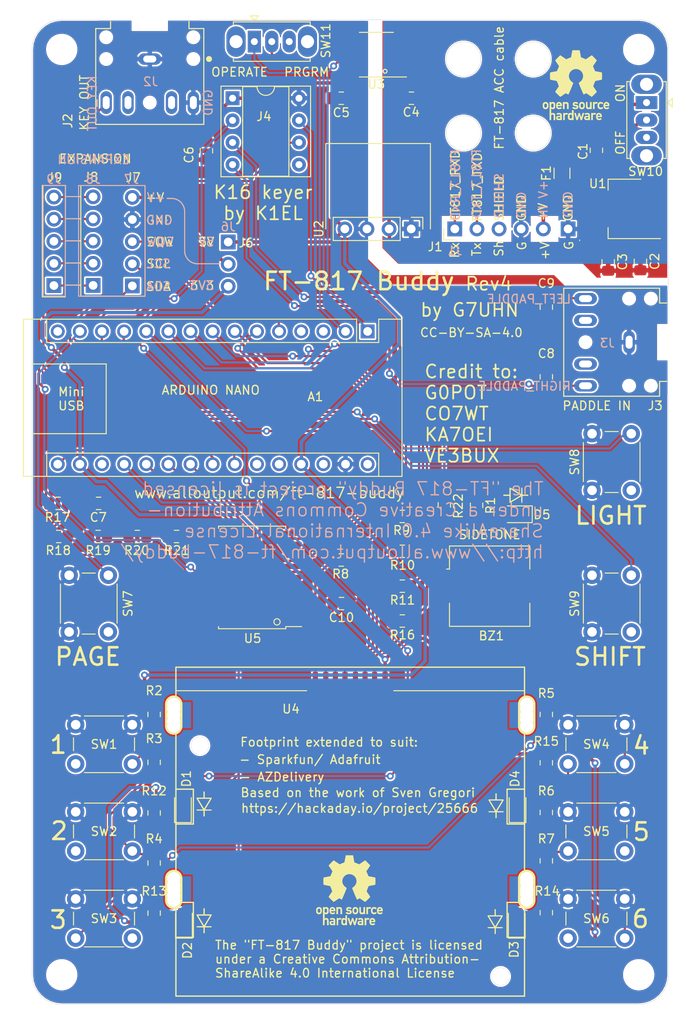
<source format=kicad_pcb>
(kicad_pcb (version 20171130) (host pcbnew "(5.1.6)-1")
  (layers (0 F.Cu signal) (31 B.Cu signal) (34 B.Paste user) (35 F.Paste user) (36 B.SilkS user) (37 F.SilkS user) (38 B.Mask user) (39 F.Mask user) (44 Edge.Cuts user))
  (net 0 "")
  (net 1 ARD_TXD)
  (net 2 3V3)
  (net 3 "Net-(A1-Pad2)")
  (net 4 "Net-(A1-Pad19)")
  (net 5 SW7)
  (net 6 RST)
  (net 7 CE)
  (net 8 DC)
  (net 9 DIN)
  (net 10 CLK)
  (net 11 BACKLIGHT)
  (net 12 VDD2)
  (net 13 SW9)
  (net 14 SW8)
  (net 15 GND2)
  (net 16 "Net-(C1-Pad1)")
  (net 17 GND1)
  (net 18 VDD1)
  (net 19 "Net-(C10-Pad2)")
  (net 20 "Net-(D1-Pad2)")
  (net 21 "Net-(D2-Pad2)")
  (net 22 "Net-(D3-Pad2)")
  (net 23 "Net-(D4-Pad2)")
  (net 24 "Net-(D5-Pad2)")
  (net 25 "Net-(F1-Pad1)")
  (net 26 FT817_Vout)
  (net 27 FT817_RXD)
  (net 28 FT817_TXD)
  (net 29 KEY)
  (net 30 PBNET)
  (net 31 SIDETONE)
  (net 32 "Net-(R3-Pad2)")
  (net 33 "Net-(R4-Pad2)")
  (net 34 "Net-(R5-Pad2)")
  (net 35 "Net-(R6-Pad2)")
  (net 36 "Net-(R7-Pad2)")
  (net 37 "Net-(R8-Pad1)")
  (net 38 "Net-(R9-Pad1)")
  (net 39 "Net-(R10-Pad1)")
  (net 40 "Net-(R11-Pad1)")
  (net 41 "Net-(R16-Pad1)")
  (net 42 ARD_RXD)
  (net 43 KEY_SW1)
  (net 44 KEY_SW2)
  (net 45 KEY_SW3)
  (net 46 KEY_SW4)
  (net 47 "Net-(C7-Pad1)")
  (net 48 LIGHT_OUT)
  (net 49 KEY_OUT)
  (net 50 "Net-(R18-Pad2)")
  (net 51 "Net-(R19-Pad2)")
  (net 52 "Net-(R20-Pad2)")
  (net 53 RIGHT_PADDLE)
  (net 54 LEFT_PADDLE)
  (net 55 "Net-(A1-Pad15)")
  (net 56 "Net-(A1-Pad30)")
  (net 57 "Net-(A1-Pad28)")
  (net 58 "Net-(A1-Pad26)")
  (net 59 "Net-(A1-Pad25)")
  (net 60 "Net-(A1-Pad4)")
  (net 61 "Net-(A1-Pad3)")
  (net 62 "Net-(A1-Pad18)")
  (net 63 "Net-(BZ1-Pad1)")
  (net 64 SHIELD)
  (net 65 "Net-(J2-Pad11)")
  (net 66 "Net-(J2-Pad10)")
  (net 67 "Net-(J3-Pad10)")
  (net 68 "Net-(J3-Pad11)")
  (net 69 "Net-(J4-Pad5)")
  (net 70 "Net-(U5-Pad12)")
  (net 71 "Net-(U5-Pad11)")
  (net 72 "Net-(U5-Pad10)")
  (net 73 "Net-(U5-Pad8)")
  (net 74 "Net-(U5-Pad7)")
  (net 75 EXP_SCL)
  (net 76 EXP_SDA)
  (net 77 EXP_SQW)
  (net 78 "Net-(J6-Pad2)")
  (net 79 "Net-(J8-Pad5)")
  (net 80 "Net-(J8-Pad4)")
  (net 81 "Net-(J8-Pad3)")
  (net 82 "Net-(J8-Pad2)")
  (net 83 "Net-(J8-Pad1)")
  (module Connector_PinSocket_2.54mm:PinSocket_1x05_P2.54mm_Vertical (layer F.Cu) (at 136 55.5 180)
    (fp_text reference J9 (at -0.1 12.4 180) (layer F.SilkS))
    (fp_text value "EXPANSION HEADER")
    (pad 5 thru_hole oval (at 0 10.16 180) (size 1.7 1.7) (drill 1) (layers *.Cu *.Mask) (net 79 "Net-(J8-Pad5)"))
    (pad 4 thru_hole oval (at 0 7.62 180) (size 1.7 1.7) (drill 1) (layers *.Cu *.Mask) (net 80 "Net-(J8-Pad4)"))
    (pad 3 thru_hole oval (at 0 5.08 180) (size 1.7 1.7) (drill 1) (layers *.Cu *.Mask) (net 81 "Net-(J8-Pad3)"))
    (pad 2 thru_hole oval (at 0 2.54 180) (size 1.7 1.7) (drill 1) (layers *.Cu *.Mask) (net 82 "Net-(J8-Pad2)"))
    (pad 1 thru_hole rect (at 0 0 180) (size 1.7 1.7) (drill 1) (layers *.Cu *.Mask) (net 83 "Net-(J8-Pad1)"))
  )
  (module Connector_PinHeader_2.54mm:PinHeader_1x05_P2.54mm_Vertical (layer F.Cu) (at 145 55.54 180)
    (fp_text reference J7 (at -0.1 12.44 180) (layer F.SilkS))
    (fp_text value " ")
    (pad 1 thru_hole rect (at 0 0 180) (size 1.7 1.7) (drill 1) (layers *.Cu *.Mask) (net 76 EXP_SDA))
    (pad 2 thru_hole oval (at 0 2.54 180) (size 1.7 1.7) (drill 1) (layers *.Cu *.Mask) (net 75 EXP_SCL))
    (pad 3 thru_hole oval (at 0 5.08 180) (size 1.7 1.7) (drill 1) (layers *.Cu *.Mask) (net 77 EXP_SQW))
    (pad 4 thru_hole oval (at 0 7.62 180) (size 1.7 1.7) (drill 1) (layers *.Cu *.Mask) (net 15 GND2))
    (pad 5 thru_hole oval (at 0 10.16 180) (size 1.7 1.7) (drill 1) (layers *.Cu *.Mask) (net 78 "Net-(J6-Pad2)"))
  )
  (module Connector_PinHeader_2.54mm:PinHeader_1x05_P2.54mm_Vertical (layer F.Cu) (at 140.5 55.48 180)
    (fp_text reference J8 (at 0.25 12.43 180) (layer F.SilkS))
    (fp_text value " ")
    (pad 5 thru_hole oval (at 0 10.16 180) (size 1.7 1.7) (drill 1) (layers *.Cu *.Mask) (net 79 "Net-(J8-Pad5)"))
    (pad 4 thru_hole oval (at 0 7.62 180) (size 1.7 1.7) (drill 1) (layers *.Cu *.Mask) (net 80 "Net-(J8-Pad4)"))
    (pad 3 thru_hole oval (at 0 5.08 180) (size 1.7 1.7) (drill 1) (layers *.Cu *.Mask) (net 81 "Net-(J8-Pad3)"))
    (pad 2 thru_hole oval (at 0 2.54 180) (size 1.7 1.7) (drill 1) (layers *.Cu *.Mask) (net 82 "Net-(J8-Pad2)"))
    (pad 1 thru_hole rect (at 0 0 180) (size 1.7 1.7) (drill 1) (layers *.Cu *.Mask) (net 83 "Net-(J8-Pad1)"))
  )
  (module CUI_SJ1-3525N:CUI_SJ1-3525N (layer F.Cu) (at 202 62 180)
    (fp_text reference J3 (at -3 -7.3 180) (layer F.SilkS) (effects (font (size 1.000457 1.000457))))
    (fp_text value KEY_IN)
    (fp_line (start -4.5 -6) (end -4.5 -2) (layer Edge.Cuts) (width 0.0001))
    (fp_line (start -4.5 -2) (end -3.3 -2) (layer Edge.Cuts) (width 0.0001))
    (fp_line (start -3.3 -2) (end -3.3 2) (layer Edge.Cuts) (width 0.0001))
    (fp_line (start -3.3 2) (end -4.5 2) (layer Edge.Cuts) (width 0.0001))
    (fp_line (start -4.5 2) (end -4.5 6) (layer Edge.Cuts) (width 0.0001))
    (pad 1 thru_hole oval (at 0 0 180) (size 1.308 2.616) (drill oval 0.8 1.5) (layers *.Cu *.Mask) (net 15 GND2))
    (pad 2 thru_hole oval (at 5 5 180) (size 2.616 1.308) (drill oval 1.5 0.8) (layers *.Cu *.Mask) (net 54 LEFT_PADDLE))
    (pad 10 thru_hole oval (at 5 2.5 180) (size 2.616 1.308) (drill oval 1.5 0.8) (layers *.Cu *.Mask) (net 67 "Net-(J3-Pad10)"))
    (pad 11 thru_hole oval (at 5 -2.5 180) (size 2.616 1.308) (drill oval 1.5 0.8) (layers *.Cu *.Mask) (net 68 "Net-(J3-Pad11)"))
    (pad 3 thru_hole oval (at 5 -5 180) (size 2.616 1.308) (drill oval 1.5 0.8) (layers *.Cu *.Mask) (net 53 RIGHT_PADDLE))
    (pad None np_thru_hole circle (at -2.5 -5 180) (size 1.2 1.2) (drill 1.2) (layers *.Cu *.Mask))
    (pad None np_thru_hole circle (at 0 -5 180) (size 1.2 1.2) (drill 1.2) (layers *.Cu *.Mask))
    (pad None np_thru_hole circle (at 5 0 180) (size 1.2 1.2) (drill 1.2) (layers *.Cu *.Mask))
    (pad None np_thru_hole circle (at -2.5 5 180) (size 1.2 1.2) (drill 1.2) (layers *.Cu *.Mask))
    (pad None np_thru_hole circle (at 0 5 180) (size 1.2 1.2) (drill 1.2) (layers *.Cu *.Mask))
  )
  (module Module:Arduino_Nano (layer F.Cu) (at 172 60.76 270)
    (fp_text reference A1 (at 7.5 6 180) (layer F.SilkS))
    (fp_text value Arduino_Nano_v3.x)
    (pad 16 thru_hole oval (at 15.24 35.56 270) (size 1.6 1.6) (drill 1) (layers *.Cu *.Mask) (net 46 KEY_SW4))
    (pad 15 thru_hole oval (at 0 35.56 270) (size 1.6 1.6) (drill 1) (layers *.Cu *.Mask) (net 55 "Net-(A1-Pad15)"))
    (pad 30 thru_hole oval (at 15.24 0 270) (size 1.6 1.6) (drill 1) (layers *.Cu *.Mask) (net 56 "Net-(A1-Pad30)"))
    (pad 14 thru_hole oval (at 0 33.02 270) (size 1.6 1.6) (drill 1) (layers *.Cu *.Mask) (net 5 SW7))
    (pad 29 thru_hole oval (at 15.24 2.54 270) (size 1.6 1.6) (drill 1) (layers *.Cu *.Mask) (net 15 GND2))
    (pad 13 thru_hole oval (at 0 30.48 270) (size 1.6 1.6) (drill 1) (layers *.Cu *.Mask) (net 14 SW8))
    (pad 28 thru_hole oval (at 15.24 5.08 270) (size 1.6 1.6) (drill 1) (layers *.Cu *.Mask) (net 57 "Net-(A1-Pad28)"))
    (pad 12 thru_hole oval (at 0 27.94 270) (size 1.6 1.6) (drill 1) (layers *.Cu *.Mask) (net 13 SW9))
    (pad 27 thru_hole oval (at 15.24 7.62 270) (size 1.6 1.6) (drill 1) (layers *.Cu *.Mask) (net 12 VDD2))
    (pad 11 thru_hole oval (at 0 25.4 270) (size 1.6 1.6) (drill 1) (layers *.Cu *.Mask) (net 11 BACKLIGHT))
    (pad 26 thru_hole oval (at 15.24 10.16 270) (size 1.6 1.6) (drill 1) (layers *.Cu *.Mask) (net 58 "Net-(A1-Pad26)"))
    (pad 10 thru_hole oval (at 0 22.86 270) (size 1.6 1.6) (drill 1) (layers *.Cu *.Mask) (net 10 CLK))
    (pad 25 thru_hole oval (at 15.24 12.7 270) (size 1.6 1.6) (drill 1) (layers *.Cu *.Mask) (net 59 "Net-(A1-Pad25)"))
    (pad 9 thru_hole oval (at 0 20.32 270) (size 1.6 1.6) (drill 1) (layers *.Cu *.Mask) (net 9 DIN))
    (pad 24 thru_hole oval (at 15.24 15.24 270) (size 1.6 1.6) (drill 1) (layers *.Cu *.Mask) (net 75 EXP_SCL))
    (pad 8 thru_hole oval (at 0 17.78 270) (size 1.6 1.6) (drill 1) (layers *.Cu *.Mask) (net 8 DC))
    (pad 23 thru_hole oval (at 15.24 17.78 270) (size 1.6 1.6) (drill 1) (layers *.Cu *.Mask) (net 76 EXP_SDA))
    (pad 7 thru_hole oval (at 0 15.24 270) (size 1.6 1.6) (drill 1) (layers *.Cu *.Mask) (net 7 CE))
    (pad 22 thru_hole oval (at 15.24 20.32 270) (size 1.6 1.6) (drill 1) (layers *.Cu *.Mask) (net 45 KEY_SW3))
    (pad 6 thru_hole oval (at 0 12.7 270) (size 1.6 1.6) (drill 1) (layers *.Cu *.Mask) (net 6 RST))
    (pad 21 thru_hole oval (at 15.24 22.86 270) (size 1.6 1.6) (drill 1) (layers *.Cu *.Mask) (net 44 KEY_SW2))
    (pad 5 thru_hole oval (at 0 10.16 270) (size 1.6 1.6) (drill 1) (layers *.Cu *.Mask) (net 77 EXP_SQW))
    (pad 20 thru_hole oval (at 15.24 25.4 270) (size 1.6 1.6) (drill 1) (layers *.Cu *.Mask) (net 43 KEY_SW1))
    (pad 4 thru_hole oval (at 0 7.62 270) (size 1.6 1.6) (drill 1) (layers *.Cu *.Mask) (net 60 "Net-(A1-Pad4)"))
    (pad 19 thru_hole oval (at 15.24 27.94 270) (size 1.6 1.6) (drill 1) (layers *.Cu *.Mask) (net 4 "Net-(A1-Pad19)"))
    (pad 3 thru_hole oval (at 0 5.08 270) (size 1.6 1.6) (drill 1) (layers *.Cu *.Mask) (net 61 "Net-(A1-Pad3)"))
    (pad 18 thru_hole oval (at 15.24 30.48 270) (size 1.6 1.6) (drill 1) (layers *.Cu *.Mask) (net 62 "Net-(A1-Pad18)"))
    (pad 2 thru_hole oval (at 0 2.54 270) (size 1.6 1.6) (drill 1) (layers *.Cu *.Mask) (net 3 "Net-(A1-Pad2)"))
    (pad 17 thru_hole oval (at 15.24 33.02 270) (size 1.6 1.6) (drill 1) (layers *.Cu *.Mask) (net 2 3V3))
    (pad 1 thru_hole rect (at 0 0 270) (size 1.6 1.6) (drill 1) (layers *.Cu *.Mask) (net 1 ARD_TXD))
  )
  (module Connector_PinHeader_2.54mm:PinHeader_1x03_P2.54mm_Vertical (layer F.Cu) (at 156 50.5)
    (fp_text reference J6 (at 2.05 0.1 180) (layer F.SilkS))
    (fp_text value "EXP PWR SELECT")
    (pad 3 thru_hole oval (at 0 5.08) (size 1.7 1.7) (drill 1) (layers *.Cu *.Mask) (net 2 3V3))
    (pad 2 thru_hole oval (at 0 2.54) (size 1.7 1.7) (drill 1) (layers *.Cu *.Mask) (net 78 "Net-(J6-Pad2)"))
    (pad 1 thru_hole rect (at 0 0) (size 1.7 1.7) (drill 1) (layers *.Cu *.Mask) (net 12 VDD2))
  )
  (module MountingHole:MountingHole_3.2mm_M3 (layer F.Cu) (at 136.9 28.4)
    (fp_text reference REF** hide)
    (fp_text value MountingHole_3.2mm_M3 hide)
    (pad 1 np_thru_hole circle (at 0 0) (size 3.2 3.2) (drill 3.2) (layers *.Cu *.Mask))
  )
  (module MountingHole:MountingHole_3.2mm_M3 (layer F.Cu) (at 203.1 28.4)
    (fp_text reference REF** hide)
    (fp_text value MountingHole_3.2mm_M3 hide)
    (pad 1 np_thru_hole circle (at 0 0) (size 3.2 3.2) (drill 3.2) (layers *.Cu *.Mask))
  )
  (module MountingHole:MountingHole_3.2mm_M3 (layer F.Cu) (at 203.1 134.6)
    (fp_text reference REF** hide)
    (fp_text value MountingHole_3.2mm_M3 hide)
    (pad 1 np_thru_hole circle (at 0 0) (size 3.2 3.2) (drill 3.2) (layers *.Cu *.Mask))
  )
  (module MountingHole:MountingHole_3.2mm_M3 (layer F.Cu) (at 136.9 134.6)
    (fp_text reference REF** hide)
    (fp_text value MountingHole_3.2mm_M3 hide)
    (pad 1 np_thru_hole circle (at 0 0) (size 3.2 3.2) (drill 3.2) (layers *.Cu *.Mask))
  )
  (module Symbol:OSHW-Logo_7.5x8mm_SilkScreen (layer F.Cu) (at 169.9 124.9)
    (fp_text reference REF** hide)
    (fp_text value OSHW-Logo_7.5x8mm_SilkScreen hide)
  )
  (module Connector_PinHeader_2.54mm:PinHeader_1x01_P2.54mm_Vertical (layer F.Cu) (at 195 49)
    (fp_text reference J5 hide)
    (fp_text value GND)
    (pad 1 thru_hole rect (at 0 0) (size 1.7 1.7) (drill 1) (layers *.Cu *.Mask) (net 17 GND1))
  )
  (module Symbol:OSHW-Logo_7.5x8mm_SilkScreen (layer F.Cu) (at 195.9 32.5)
    (fp_text reference REF** hide)
    (fp_text value OSHW-Logo_7.5x8mm_SilkScreen hide)
  )
  (module Connector_PinHeader_2.54mm:PinHeader_1x04_P2.54mm_Vertical (layer F.Cu) (at 177 49 270)
    (fp_text reference U2 (at 0 10.6 90) (layer F.SilkS))
    (fp_text value B0505S-1W)
    (pad 4 thru_hole oval (at 0 7.62 270) (size 1.7 1.7) (drill 1) (layers *.Cu *.Mask) (net 12 VDD2))
    (pad 3 thru_hole oval (at 0 5.08 270) (size 1.7 1.7) (drill 1) (layers *.Cu *.Mask) (net 15 GND2))
    (pad 2 thru_hole oval (at 0 2.54 270) (size 1.7 1.7) (drill 1) (layers *.Cu *.Mask) (net 18 VDD1))
    (pad 1 thru_hole rect (at 0 0 270) (size 1.7 1.7) (drill 1) (layers *.Cu *.Mask) (net 17 GND1))
  )
  (module Silkscreen:diode_small (layer F.Cu) (at 153.2 115 270)
    (fp_text reference " " hide)
    (fp_text value " " hide)
  )
  (module Silkscreen:diode_small (layer F.Cu) (at 153.2 128.4 270)
    (fp_text reference " " hide)
    (fp_text value " " hide)
  )
  (module Silkscreen:diode_small (layer F.Cu) (at 186.6 128.5 270)
    (fp_text reference " " hide)
    (fp_text value " " hide)
  )
  (module Silkscreen:diode_small (layer F.Cu) (at 186.7 115.2 270)
    (fp_text reference " " hide)
    (fp_text value " " hide)
  )
  (module Silkscreen:diode_small (layer F.Cu) (at 189 79.6)
    (fp_text reference " " hide)
    (fp_text value " " hide)
  )
  (module Nokia_5110-3310_LCD_AWmods:Nokia_5110-3310_LCD (layer F.Cu) (at 170 102.3)
    (fp_text reference U4 (at -6.8 1.8) (layer F.SilkS))
    (fp_text value Nokia_5110_LCD)
    (fp_text user " https://hackaday.io/project/25666" (at 0.7 13.2) (layer F.SilkS))
    (fp_text user " Based on the work of Sven Gregori" (at 0.5 11.4) (layer F.SilkS))
    (fp_text user " - AZDelivery" (at -8.2 9.6) (layer F.SilkS))
    (fp_text user " - Sparkfun/ Adafruit" (at -5 7.6) (layer F.SilkS))
    (fp_text user " Footprint extended to suit:" (at -2.8 5.6) (layer F.SilkS))
    (pad 9 smd custom (at 4 2.1) (size 0.6 2.5) (layers F.Cu F.Mask) (net 2 3V3) (options (clearance outline) (anchor rect)) (primitives (gr_poly (pts (xy 0.3 1.25) (xy -0.3 1.25) (xy -0.3 -4.55) (xy 0.3 -4.55)) (width 0))))
    (pad 8 smd custom (at 3 2.1) (size 0.6 2.5) (layers F.Cu F.Mask) (net 41 "Net-(R16-Pad1)") (options (clearance outline) (anchor rect)) (primitives (gr_poly (pts (xy 0.1 -1.95) (xy 0.3 -1.25) (xy 0.3 1.25) (xy -0.3 1.25) (xy -0.3 -1.25) (xy -0.5 -1.95) (xy -0.5 -4.55) (xy 0.1 -4.55)) (width 0))))
    (pad 7 smd custom (at 2 2.1) (size 0.6 2.5) (layers F.Cu F.Mask) (net 40 "Net-(R11-Pad1)") (options (clearance outline) (anchor rect)) (primitives (gr_poly (pts (xy 0 -1.95) (xy 0.3 -1.25) (xy 0.3 1.25) (xy -0.3 1.25) (xy -0.2 -1.25) (xy -0.6 -1.95) (xy -0.6 -4.55) (xy 0 -4.55)) (width 0))))
    (pad 6 smd custom (at 1 2.1) (size 0.6 2.5) (layers F.Cu F.Mask) (net 39 "Net-(R10-Pad1)") (options (clearance outline) (anchor rect)) (primitives (gr_poly (pts (xy -0.1 -1.95) (xy 0.3 -1.25) (xy 0.3 1.25) (xy -0.3 1.25) (xy -0.2 -1.25) (xy -0.7 -1.95) (xy -0.7 -4.55) (xy -0.1 -4.55)) (width 0))))
    (pad 3 smd custom (at -2 2.1) (size 0.6 2.5) (layers F.Cu F.Mask) (net 15 GND2) (options (clearance outline) (anchor rect)) (primitives (gr_poly (pts (xy 0.6 -1.95) (xy 0.3 -1.25) (xy 0.3 1.25) (xy -0.3 1.25) (xy -0.3 -1.25) (xy 0 -1.95) (xy 0 -4.55) (xy 0.6 -4.55)) (width 0))))
    (pad 2 smd custom (at -3 2.1) (size 0.6 2.5) (layers F.Cu F.Mask) (net 19 "Net-(C10-Pad2)") (options (clearance outline) (anchor rect)) (primitives (gr_poly (pts (xy 0.5 -1.95) (xy 0.3 -1.25) (xy 0.3 1.25) (xy -0.3 1.25) (xy -0.3 -1.25) (xy -0.1 -1.95) (xy -0.1 -4.55) (xy 0.5 -4.55)) (width 0))))
    (pad 1 smd custom (at -4 2.1) (size 0.6 2.5) (layers F.Cu F.Mask) (net 37 "Net-(R8-Pad1)") (options (clearance outline) (anchor rect)) (primitives (gr_poly (pts (xy 0.3 1.25) (xy -0.3 1.25) (xy -0.3 -4.55) (xy 0.3 -4.55)) (width 0))))
    (pad 5 smd custom (at 0 2.1) (size 0.6 2.5) (layers F.Cu F.Mask) (net 38 "Net-(R9-Pad1)") (options (clearance outline) (anchor rect)) (primitives (gr_poly (pts (xy -0.3 -1.95) (xy 0.3 -1.05) (xy 0.3 1.25) (xy -0.3 1.25) (xy -0.3 -1.25) (xy -0.9 -1.95) (xy -0.9 -4.55) (xy -0.3 -4.55)) (width 0))))
    (pad "" thru_hole circle (at -17.25 6) (size 2 2) (drill 2) (layers *.Cu))
    (pad "" np_thru_hole circle (at 20.25 1.75) (size 1.5 1.5) (drill 1.5) (layers *.Mask B.Cu F.SilkS))
    (pad "" np_thru_hole circle (at 20.25 3.75) (size 1.5 1.5) (drill 1.5) (layers *.Mask B.Cu F.SilkS))
    (pad "" np_thru_hole circle (at 20.25 1.25) (size 1.5 1.5) (drill 1.5) (layers *.Mask B.Cu F.SilkS))
    (pad 4 smd rect (at -1 2.2) (size 0.6 2.3) (layers F.Cu F.Mask) (net 2 3V3))
    (pad "" np_thru_hole oval (at -20.25 2.5) (size 2 4.5) (drill 1.5) (layers *.Mask B.Cu F.SilkS))
    (pad "" np_thru_hole oval (at 20.25 2.5) (size 2 4.5) (drill 1.5) (layers *.Mask B.Cu F.SilkS))
    (pad "" np_thru_hole oval (at -20.25 22.5) (size 2 4.5) (drill 1.5) (layers *.Mask B.Cu F.SilkS))
    (pad "" np_thru_hole oval (at 20.25 22.5) (size 2 4.5) (drill 1.5) (layers *.Mask B.Cu F.SilkS))
    (pad "" smd rect (at -19 2.5) (size 1.5 3) (layers B.Cu B.Mask))
    (pad "" smd rect (at -19 22.5) (size 1.5 3) (layers B.Cu B.Mask))
    (pad "" smd rect (at 19 22.5) (size 1.5 3) (layers B.Cu B.Mask))
    (pad "" smd rect (at 19 2.5) (size 1.5 3) (layers B.Cu B.Mask))
    (pad "" np_thru_hole circle (at 20.25 3) (size 1.5 1.5) (drill 1.5) (layers *.Mask B.Cu F.SilkS))
    (pad "" np_thru_hole circle (at 20.25 21.25) (size 1.5 1.5) (drill 1.5) (layers *.Mask B.Cu F.SilkS))
    (pad "" np_thru_hole circle (at 20.25 23.75) (size 1.5 1.5) (drill 1.5) (layers *.Mask B.Cu F.SilkS))
    (pad "" np_thru_hole circle (at -20.25 1.75) (size 1.5 1.5) (drill 1.5) (layers *.Mask B.Cu F.SilkS))
    (pad "" np_thru_hole circle (at -20.25 1.25) (size 1.5 1.5) (drill 1.5) (layers *.Mask B.Cu F.SilkS))
    (pad "" np_thru_hole circle (at -20.25 3.25) (size 1.5 1.5) (drill 1.5) (layers *.Mask B.Cu F.SilkS))
    (pad "" np_thru_hole circle (at -20.25 3.75) (size 1.5 1.5) (drill 1.5) (layers *.Mask B.Cu F.SilkS))
    (pad "" np_thru_hole circle (at -20.25 21.25) (size 1.5 1.5) (drill 1.5) (layers *.Mask B.Cu F.SilkS))
    (pad "" np_thru_hole circle (at -20.25 23.75) (size 1.5 1.5) (drill 1.5) (layers *.Mask B.Cu F.SilkS))
    (pad "" np_thru_hole circle (at -20.25 22) (size 1.5 1.5) (drill 1.5) (layers *.Mask B.Cu F.SilkS))
    (pad "" np_thru_hole circle (at -20.25 23.25) (size 1.5 1.5) (drill 1.5) (layers *.Mask B.Cu F.SilkS))
    (pad "" np_thru_hole circle (at 20.25 21.75) (size 1.5 1.5) (drill 1.5) (layers *.Mask B.Cu F.SilkS))
    (pad "" np_thru_hole circle (at 20.25 23) (size 1.5 1.5) (drill 1.5) (layers *.Mask B.Cu F.SilkS))
    (pad "" thru_hole circle (at 17.25 32.5) (size 2 2) (drill 2) (layers *.Cu))
  )
  (module Connector_PinHeader_2.54mm:PinHeader_1x05_P2.54mm_Horizontal (layer F.Cu) (at 182 49 90)
    (fp_text reference J1 (at -2.05 -2.25 180) (layer F.SilkS))
    (fp_text value FT817_ACC)
    (pad 5 thru_hole oval (at 0 10.16 90) (size 1.7 1.7) (drill 1) (layers *.Cu *.Mask) (net 26 FT817_Vout))
    (pad 4 thru_hole oval (at 0 7.62 90) (size 1.7 1.7) (drill 1) (layers *.Cu *.Mask) (net 17 GND1))
    (pad 3 thru_hole oval (at 0 5.08 90) (size 1.7 1.7) (drill 1) (layers *.Cu *.Mask) (net 64 SHIELD))
    (pad 2 thru_hole oval (at 0 2.54 90) (size 1.7 1.7) (drill 1) (layers *.Cu *.Mask) (net 28 FT817_TXD))
    (pad 1 thru_hole rect (at 0 0 90) (size 1.7 1.7) (drill 1) (layers *.Cu *.Mask) (net 27 FT817_RXD))
  )
  (module Buzzer_Beeper:Buzzer_Murata_PKMCS0909E4000-R1 (layer F.Cu) (at 186 90)
    (fp_text reference BZ1 (at 0.2 5.7) (layer F.SilkS))
    (fp_text value Buzzer)
    (pad 2 smd rect (at 4.35 0) (size 1.3 3.4) (layers F.Cu F.Paste F.Mask) (net 15 GND2))
    (pad 1 smd rect (at -4.35 0) (size 1.3 3.4) (layers F.Cu F.Paste F.Mask) (net 63 "Net-(BZ1-Pad1)"))
  )
  (module Capacitor_SMD:C_0805_2012Metric_Pad1.15x1.40mm_HandSolder (layer F.Cu) (at 198.25 39.975 90)
    (fp_text reference C1 (at -0.125 -1.55 90) (layer F.SilkS))
    (fp_text value 100nF)
    (pad 2 smd roundrect (at 1.025 0 90) (size 1.15 1.4) (layers F.Cu F.Paste F.Mask) (roundrect_rratio 0.217391) (net 17 GND1))
    (pad 1 smd roundrect (at -1.025 0 90) (size 1.15 1.4) (layers F.Cu F.Paste F.Mask) (roundrect_rratio 0.217391) (net 16 "Net-(C1-Pad1)"))
  )
  (module Capacitor_SMD:C_0805_2012Metric_Pad1.15x1.40mm_HandSolder (layer F.Cu) (at 203.3 52.725 270)
    (fp_text reference C2 (at 0 -1.65 90) (layer F.SilkS))
    (fp_text value 10uF)
    (pad 2 smd roundrect (at 1.025 0 270) (size 1.15 1.4) (layers F.Cu F.Paste F.Mask) (roundrect_rratio 0.217391) (net 17 GND1))
    (pad 1 smd roundrect (at -1.025 0 270) (size 1.15 1.4) (layers F.Cu F.Paste F.Mask) (roundrect_rratio 0.217391) (net 18 VDD1))
  )
  (module Capacitor_SMD:C_0805_2012Metric_Pad1.15x1.40mm_HandSolder (layer F.Cu) (at 199.6 52.775 270)
    (fp_text reference C3 (at 0 -1.65 90) (layer F.SilkS))
    (fp_text value 100nF)
    (pad 2 smd roundrect (at 1.025 0 270) (size 1.15 1.4) (layers F.Cu F.Paste F.Mask) (roundrect_rratio 0.217391) (net 17 GND1))
    (pad 1 smd roundrect (at -1.025 0 270) (size 1.15 1.4) (layers F.Cu F.Paste F.Mask) (roundrect_rratio 0.217391) (net 18 VDD1))
  )
  (module Capacitor_SMD:C_0805_2012Metric_Pad1.15x1.40mm_HandSolder (layer F.Cu) (at 177.025 34)
    (fp_text reference C4 (at -0.025 1.6) (layer F.SilkS))
    (fp_text value 100nF)
    (pad 2 smd roundrect (at 1.025 0) (size 1.15 1.4) (layers F.Cu F.Paste F.Mask) (roundrect_rratio 0.217391) (net 18 VDD1))
    (pad 1 smd roundrect (at -1.025 0) (size 1.15 1.4) (layers F.Cu F.Paste F.Mask) (roundrect_rratio 0.217391) (net 17 GND1))
  )
  (module Capacitor_SMD:C_0805_2012Metric_Pad1.15x1.40mm_HandSolder (layer F.Cu) (at 168.975 34 180)
    (fp_text reference C5 (at 0 -1.65) (layer F.SilkS))
    (fp_text value 100nF)
    (pad 2 smd roundrect (at 1.025 0 180) (size 1.15 1.4) (layers F.Cu F.Paste F.Mask) (roundrect_rratio 0.217391) (net 12 VDD2))
    (pad 1 smd roundrect (at -1.025 0 180) (size 1.15 1.4) (layers F.Cu F.Paste F.Mask) (roundrect_rratio 0.217391) (net 15 GND2))
  )
  (module Capacitor_SMD:C_0805_2012Metric_Pad1.15x1.40mm_HandSolder (layer F.Cu) (at 169 92 180)
    (fp_text reference C10 (at 0 -1.6) (layer F.SilkS))
    (fp_text value 100nF)
    (pad 2 smd roundrect (at 1.025 0 180) (size 1.15 1.4) (layers F.Cu F.Paste F.Mask) (roundrect_rratio 0.217391) (net 19 "Net-(C10-Pad2)"))
    (pad 1 smd roundrect (at -1.025 0 180) (size 1.15 1.4) (layers F.Cu F.Paste F.Mask) (roundrect_rratio 0.217391) (net 15 GND2))
  )
  (module LED_SMD:LED_0805_2012Metric_Pad1.15x1.40mm_HandSolder (layer F.Cu) (at 150.8 115.275 90)
    (fp_text reference D1 (at 3.175 0.4 90) (layer F.SilkS))
    (fp_text value LED)
    (pad 2 smd roundrect (at 1.025 0 90) (size 1.15 1.4) (layers F.Cu F.Paste F.Mask) (roundrect_rratio 0.217391) (net 20 "Net-(D1-Pad2)"))
    (pad 1 smd roundrect (at -1.025 0 90) (size 1.15 1.4) (layers F.Cu F.Paste F.Mask) (roundrect_rratio 0.217391) (net 48 LIGHT_OUT))
  )
  (module LED_SMD:LED_0805_2012Metric_Pad1.15x1.40mm_HandSolder (layer F.Cu) (at 150.92 128.535 90)
    (fp_text reference D2 (at -3.275 0.4 90) (layer F.SilkS))
    (fp_text value LED)
    (pad 2 smd roundrect (at 1.025 0 90) (size 1.15 1.4) (layers F.Cu F.Paste F.Mask) (roundrect_rratio 0.217391) (net 21 "Net-(D2-Pad2)"))
    (pad 1 smd roundrect (at -1.025 0 90) (size 1.15 1.4) (layers F.Cu F.Paste F.Mask) (roundrect_rratio 0.217391) (net 48 LIGHT_OUT))
  )
  (module LED_SMD:LED_0805_2012Metric_Pad1.15x1.40mm_HandSolder (layer F.Cu) (at 189.11 128.535 90)
    (fp_text reference D3 (at -3.175 -0.3 90) (layer F.SilkS))
    (fp_text value LED)
    (pad 2 smd roundrect (at 1.025 0 90) (size 1.15 1.4) (layers F.Cu F.Paste F.Mask) (roundrect_rratio 0.217391) (net 22 "Net-(D3-Pad2)"))
    (pad 1 smd roundrect (at -1.025 0 90) (size 1.15 1.4) (layers F.Cu F.Paste F.Mask) (roundrect_rratio 0.217391) (net 48 LIGHT_OUT))
  )
  (module LED_SMD:LED_0805_2012Metric_Pad1.15x1.40mm_HandSolder (layer F.Cu) (at 189.2 115.275 90)
    (fp_text reference D4 (at 3.175 -0.3 90) (layer F.SilkS))
    (fp_text value LED)
    (pad 2 smd roundrect (at 1.025 0 90) (size 1.15 1.4) (layers F.Cu F.Paste F.Mask) (roundrect_rratio 0.217391) (net 23 "Net-(D4-Pad2)"))
    (pad 1 smd roundrect (at -1.025 0 90) (size 1.15 1.4) (layers F.Cu F.Paste F.Mask) (roundrect_rratio 0.217391) (net 48 LIGHT_OUT))
  )
  (module LED_SMD:LED_0805_2012Metric_Pad1.15x1.40mm_HandSolder (layer F.Cu) (at 189.025 81.75 180)
    (fp_text reference D5 (at -2.975 -0.05) (layer F.SilkS))
    (fp_text value LED)
    (pad 2 smd roundrect (at 1.025 0 180) (size 1.15 1.4) (layers F.Cu F.Paste F.Mask) (roundrect_rratio 0.217391) (net 24 "Net-(D5-Pad2)"))
    (pad 1 smd roundrect (at -1.025 0 180) (size 1.15 1.4) (layers F.Cu F.Paste F.Mask) (roundrect_rratio 0.217391) (net 15 GND2))
  )
  (module Fuse:Fuse_1206_3216Metric_Pad1.42x1.75mm_HandSolder (layer F.Cu) (at 194.3 42.6125 270)
    (fp_text reference F1 (at -0.0125 1.8 90) (layer F.SilkS))
    (fp_text value Polyfuse_Small)
    (pad 2 smd roundrect (at 1.4875 0 270) (size 1.425 1.75) (layers F.Cu F.Paste F.Mask) (roundrect_rratio 0.175439) (net 26 FT817_Vout))
    (pad 1 smd roundrect (at -1.4875 0 270) (size 1.425 1.75) (layers F.Cu F.Paste F.Mask) (roundrect_rratio 0.175439) (net 25 "Net-(F1-Pad1)"))
  )
  (module Package_DIP:DIP-8_W7.62mm_Socket (layer F.Cu) (at 156.5 34)
    (fp_text reference J4 (at 3.6 2.1) (layer F.SilkS))
    (fp_text value "K16 CW processor")
    (pad 8 thru_hole oval (at 7.62 0) (size 1.6 1.6) (drill 0.8) (layers *.Cu *.Mask) (net 15 GND2))
    (pad 4 thru_hole oval (at 0 7.62) (size 1.6 1.6) (drill 0.8) (layers *.Cu *.Mask) (net 53 RIGHT_PADDLE))
    (pad 7 thru_hole oval (at 7.62 2.54) (size 1.6 1.6) (drill 0.8) (layers *.Cu *.Mask) (net 54 LEFT_PADDLE))
    (pad 3 thru_hole oval (at 0 5.08) (size 1.6 1.6) (drill 0.8) (layers *.Cu *.Mask) (net 31 SIDETONE))
    (pad 6 thru_hole oval (at 7.62 5.08) (size 1.6 1.6) (drill 0.8) (layers *.Cu *.Mask) (net 30 PBNET))
    (pad 2 thru_hole oval (at 0 2.54) (size 1.6 1.6) (drill 0.8) (layers *.Cu *.Mask) (net 29 KEY))
    (pad 5 thru_hole oval (at 7.62 7.62) (size 1.6 1.6) (drill 0.8) (layers *.Cu *.Mask) (net 69 "Net-(J4-Pad5)"))
    (pad 1 thru_hole rect (at 0 0) (size 1.6 1.6) (drill 0.8) (layers *.Cu *.Mask) (net 12 VDD2))
  )
  (module Resistor_SMD:R_0805_2012Metric_Pad1.15x1.40mm_HandSolder (layer F.Cu) (at 147.5 104.725 270)
    (fp_text reference R2 (at -2.725 0 180) (layer F.SilkS))
    (fp_text value 47k)
    (pad 2 smd roundrect (at 1.025 0 270) (size 1.15 1.4) (layers F.Cu F.Paste F.Mask) (roundrect_rratio 0.217391) (net 4 "Net-(A1-Pad19)"))
    (pad 1 smd roundrect (at -1.025 0 270) (size 1.15 1.4) (layers F.Cu F.Paste F.Mask) (roundrect_rratio 0.217391) (net 12 VDD2))
  )
  (module Resistor_SMD:R_0805_2012Metric_Pad1.15x1.40mm_HandSolder (layer F.Cu) (at 147.5 110.225 270)
    (fp_text reference R3 (at -2.725 0 180) (layer F.SilkS))
    (fp_text value 10k)
    (pad 2 smd roundrect (at 1.025 0 270) (size 1.15 1.4) (layers F.Cu F.Paste F.Mask) (roundrect_rratio 0.217391) (net 32 "Net-(R3-Pad2)"))
    (pad 1 smd roundrect (at -1.025 0 270) (size 1.15 1.4) (layers F.Cu F.Paste F.Mask) (roundrect_rratio 0.217391) (net 4 "Net-(A1-Pad19)"))
  )
  (module Resistor_SMD:R_0805_2012Metric_Pad1.15x1.40mm_HandSolder (layer F.Cu) (at 147.5 121.775 270)
    (fp_text reference R4 (at -2.775 0 180) (layer F.SilkS))
    (fp_text value 10k)
    (pad 2 smd roundrect (at 1.025 0 270) (size 1.15 1.4) (layers F.Cu F.Paste F.Mask) (roundrect_rratio 0.217391) (net 33 "Net-(R4-Pad2)"))
    (pad 1 smd roundrect (at -1.025 0 270) (size 1.15 1.4) (layers F.Cu F.Paste F.Mask) (roundrect_rratio 0.217391) (net 32 "Net-(R3-Pad2)"))
  )
  (module Resistor_SMD:R_0805_2012Metric_Pad1.15x1.40mm_HandSolder (layer F.Cu) (at 192.5 104.725 90)
    (fp_text reference R5 (at 2.425 0 180) (layer F.SilkS))
    (fp_text value 22k)
    (pad 2 smd roundrect (at 1.025 0 90) (size 1.15 1.4) (layers F.Cu F.Paste F.Mask) (roundrect_rratio 0.217391) (net 34 "Net-(R5-Pad2)"))
    (pad 1 smd roundrect (at -1.025 0 90) (size 1.15 1.4) (layers F.Cu F.Paste F.Mask) (roundrect_rratio 0.217391) (net 33 "Net-(R4-Pad2)"))
  )
  (module Resistor_SMD:R_0805_2012Metric_Pad1.15x1.40mm_HandSolder (layer F.Cu) (at 192.5 115.975 270)
    (fp_text reference R6 (at -2.475 0 180) (layer F.SilkS))
    (fp_text value 47k)
    (pad 2 smd roundrect (at 1.025 0 270) (size 1.15 1.4) (layers F.Cu F.Paste F.Mask) (roundrect_rratio 0.217391) (net 35 "Net-(R6-Pad2)"))
    (pad 1 smd roundrect (at -1.025 0 270) (size 1.15 1.4) (layers F.Cu F.Paste F.Mask) (roundrect_rratio 0.217391) (net 34 "Net-(R5-Pad2)"))
  )
  (module Resistor_SMD:R_0805_2012Metric_Pad1.15x1.40mm_HandSolder (layer F.Cu) (at 192.5 121.525 270)
    (fp_text reference R7 (at -2.525 0 180) (layer F.SilkS))
    (fp_text value 100k)
    (pad 2 smd roundrect (at 1.025 0 270) (size 1.15 1.4) (layers F.Cu F.Paste F.Mask) (roundrect_rratio 0.217391) (net 36 "Net-(R7-Pad2)"))
    (pad 1 smd roundrect (at -1.025 0 270) (size 1.15 1.4) (layers F.Cu F.Paste F.Mask) (roundrect_rratio 0.217391) (net 35 "Net-(R6-Pad2)"))
  )
  (module Resistor_SMD:R_0805_2012Metric_Pad1.15x1.40mm_HandSolder (layer F.Cu) (at 168.975 87)
    (fp_text reference R8 (at -0.075 1.6) (layer F.SilkS))
    (fp_text value 10K)
    (pad 2 smd roundrect (at 1.025 0) (size 1.15 1.4) (layers F.Cu F.Paste F.Mask) (roundrect_rratio 0.217391) (net 6 RST))
    (pad 1 smd roundrect (at -1.025 0) (size 1.15 1.4) (layers F.Cu F.Paste F.Mask) (roundrect_rratio 0.217391) (net 37 "Net-(R8-Pad1)"))
  )
  (module Resistor_SMD:R_0805_2012Metric_Pad1.15x1.40mm_HandSolder (layer F.Cu) (at 175.975 82)
    (fp_text reference R9 (at -0.075 1.6) (layer F.SilkS))
    (fp_text value 1K)
    (pad 2 smd roundrect (at 1.025 0) (size 1.15 1.4) (layers F.Cu F.Paste F.Mask) (roundrect_rratio 0.217391) (net 7 CE))
    (pad 1 smd roundrect (at -1.025 0) (size 1.15 1.4) (layers F.Cu F.Paste F.Mask) (roundrect_rratio 0.217391) (net 38 "Net-(R9-Pad1)"))
  )
  (module Resistor_SMD:R_0805_2012Metric_Pad1.15x1.40mm_HandSolder (layer F.Cu) (at 175.975 86)
    (fp_text reference R10 (at 0.025 1.6) (layer F.SilkS))
    (fp_text value 10K)
    (pad 2 smd roundrect (at 1.025 0) (size 1.15 1.4) (layers F.Cu F.Paste F.Mask) (roundrect_rratio 0.217391) (net 8 DC))
    (pad 1 smd roundrect (at -1.025 0) (size 1.15 1.4) (layers F.Cu F.Paste F.Mask) (roundrect_rratio 0.217391) (net 39 "Net-(R10-Pad1)"))
  )
  (module Resistor_SMD:R_0805_2012Metric_Pad1.15x1.40mm_HandSolder (layer F.Cu) (at 175.975 90)
    (fp_text reference R11 (at 0.025 1.6) (layer F.SilkS))
    (fp_text value 10K)
    (pad 2 smd roundrect (at 1.025 0) (size 1.15 1.4) (layers F.Cu F.Paste F.Mask) (roundrect_rratio 0.217391) (net 9 DIN))
    (pad 1 smd roundrect (at -1.025 0) (size 1.15 1.4) (layers F.Cu F.Paste F.Mask) (roundrect_rratio 0.217391) (net 40 "Net-(R11-Pad1)"))
  )
  (module Resistor_SMD:R_0805_2012Metric_Pad1.15x1.40mm_HandSolder (layer F.Cu) (at 147.5 116.025 90)
    (fp_text reference R12 (at 2.525 0 180) (layer F.SilkS))
    (fp_text value 2.2K)
    (pad 2 smd roundrect (at 1.025 0 90) (size 1.15 1.4) (layers F.Cu F.Paste F.Mask) (roundrect_rratio 0.217391) (net 2 3V3))
    (pad 1 smd roundrect (at -1.025 0 90) (size 1.15 1.4) (layers F.Cu F.Paste F.Mask) (roundrect_rratio 0.217391) (net 20 "Net-(D1-Pad2)"))
  )
  (module Resistor_SMD:R_0805_2012Metric_Pad1.15x1.40mm_HandSolder (layer F.Cu) (at 147.5 127.525 270)
    (fp_text reference R13 (at -2.525 0 180) (layer F.SilkS))
    (fp_text value 2.2K)
    (pad 2 smd roundrect (at 1.025 0 270) (size 1.15 1.4) (layers F.Cu F.Paste F.Mask) (roundrect_rratio 0.217391) (net 2 3V3))
    (pad 1 smd roundrect (at -1.025 0 270) (size 1.15 1.4) (layers F.Cu F.Paste F.Mask) (roundrect_rratio 0.217391) (net 21 "Net-(D2-Pad2)"))
  )
  (module Resistor_SMD:R_0805_2012Metric_Pad1.15x1.40mm_HandSolder (layer F.Cu) (at 192.5 127.475 90)
    (fp_text reference R14 (at 2.475 0.1 180) (layer F.SilkS))
    (fp_text value 2.2K)
    (pad 2 smd roundrect (at 1.025 0 90) (size 1.15 1.4) (layers F.Cu F.Paste F.Mask) (roundrect_rratio 0.217391) (net 2 3V3))
    (pad 1 smd roundrect (at -1.025 0 90) (size 1.15 1.4) (layers F.Cu F.Paste F.Mask) (roundrect_rratio 0.217391) (net 22 "Net-(D3-Pad2)"))
  )
  (module Resistor_SMD:R_0805_2012Metric_Pad1.15x1.40mm_HandSolder (layer F.Cu) (at 192.5 110.275 90)
    (fp_text reference R15 (at 2.475 0 180) (layer F.SilkS))
    (fp_text value 2.2K)
    (pad 2 smd roundrect (at 1.025 0 90) (size 1.15 1.4) (layers F.Cu F.Paste F.Mask) (roundrect_rratio 0.217391) (net 2 3V3))
    (pad 1 smd roundrect (at -1.025 0 90) (size 1.15 1.4) (layers F.Cu F.Paste F.Mask) (roundrect_rratio 0.217391) (net 23 "Net-(D4-Pad2)"))
  )
  (module Resistor_SMD:R_0805_2012Metric_Pad1.15x1.40mm_HandSolder (layer F.Cu) (at 175.975 94)
    (fp_text reference R16 (at 0.025 1.6) (layer F.SilkS))
    (fp_text value 10K)
    (pad 2 smd roundrect (at 1.025 0) (size 1.15 1.4) (layers F.Cu F.Paste F.Mask) (roundrect_rratio 0.217391) (net 10 CLK))
    (pad 1 smd roundrect (at -1.025 0) (size 1.15 1.4) (layers F.Cu F.Paste F.Mask) (roundrect_rratio 0.217391) (net 41 "Net-(R16-Pad1)"))
  )
  (module Button_Switch_THT:SW_PUSH_6mm (layer F.Cu) (at 145 110.4 180)
    (fp_text reference SW1 (at 3.25 2.25) (layer F.SilkS))
    (fp_text value SW_Push)
    (pad 1 thru_hole circle (at 6.5 0 270) (size 2 2) (drill 1.1) (layers *.Cu *.Mask) (net 4 "Net-(A1-Pad19)"))
    (pad 2 thru_hole circle (at 6.5 4.5 270) (size 2 2) (drill 1.1) (layers *.Cu *.Mask) (net 15 GND2))
    (pad 1 thru_hole circle (at 0 0 270) (size 2 2) (drill 1.1) (layers *.Cu *.Mask) (net 4 "Net-(A1-Pad19)"))
    (pad 2 thru_hole circle (at 0 4.5 270) (size 2 2) (drill 1.1) (layers *.Cu *.Mask) (net 15 GND2))
  )
  (module Button_Switch_THT:SW_PUSH_6mm (layer F.Cu) (at 145 120.4 180)
    (fp_text reference SW2 (at 3.25 2.25) (layer F.SilkS))
    (fp_text value SW_Push)
    (pad 1 thru_hole circle (at 6.5 0 270) (size 2 2) (drill 1.1) (layers *.Cu *.Mask) (net 32 "Net-(R3-Pad2)"))
    (pad 2 thru_hole circle (at 6.5 4.5 270) (size 2 2) (drill 1.1) (layers *.Cu *.Mask) (net 15 GND2))
    (pad 1 thru_hole circle (at 0 0 270) (size 2 2) (drill 1.1) (layers *.Cu *.Mask) (net 32 "Net-(R3-Pad2)"))
    (pad 2 thru_hole circle (at 0 4.5 270) (size 2 2) (drill 1.1) (layers *.Cu *.Mask) (net 15 GND2))
  )
  (module Button_Switch_THT:SW_PUSH_6mm (layer F.Cu) (at 145 130.4 180)
    (fp_text reference SW3 (at 3.25 2.25) (layer F.SilkS))
    (fp_text value SW_Push)
    (pad 1 thru_hole circle (at 6.5 0 270) (size 2 2) (drill 1.1) (layers *.Cu *.Mask) (net 33 "Net-(R4-Pad2)"))
    (pad 2 thru_hole circle (at 6.5 4.5 270) (size 2 2) (drill 1.1) (layers *.Cu *.Mask) (net 15 GND2))
    (pad 1 thru_hole circle (at 0 0 270) (size 2 2) (drill 1.1) (layers *.Cu *.Mask) (net 33 "Net-(R4-Pad2)"))
    (pad 2 thru_hole circle (at 0 4.5 270) (size 2 2) (drill 1.1) (layers *.Cu *.Mask) (net 15 GND2))
  )
  (module Button_Switch_THT:SW_PUSH_6mm (layer F.Cu) (at 195 105.9)
    (fp_text reference SW4 (at 3.25 2.25) (layer F.SilkS))
    (fp_text value SW_Push)
    (pad 1 thru_hole circle (at 6.5 0 90) (size 2 2) (drill 1.1) (layers *.Cu *.Mask) (net 15 GND2))
    (pad 2 thru_hole circle (at 6.5 4.5 90) (size 2 2) (drill 1.1) (layers *.Cu *.Mask) (net 34 "Net-(R5-Pad2)"))
    (pad 1 thru_hole circle (at 0 0 90) (size 2 2) (drill 1.1) (layers *.Cu *.Mask) (net 15 GND2))
    (pad 2 thru_hole circle (at 0 4.5 90) (size 2 2) (drill 1.1) (layers *.Cu *.Mask) (net 34 "Net-(R5-Pad2)"))
  )
  (module Button_Switch_THT:SW_PUSH_6mm (layer F.Cu) (at 195 115.9)
    (fp_text reference SW5 (at 3.25 2.25) (layer F.SilkS))
    (fp_text value SW_Push)
    (pad 1 thru_hole circle (at 6.5 0 90) (size 2 2) (drill 1.1) (layers *.Cu *.Mask) (net 15 GND2))
    (pad 2 thru_hole circle (at 6.5 4.5 90) (size 2 2) (drill 1.1) (layers *.Cu *.Mask) (net 35 "Net-(R6-Pad2)"))
    (pad 1 thru_hole circle (at 0 0 90) (size 2 2) (drill 1.1) (layers *.Cu *.Mask) (net 15 GND2))
    (pad 2 thru_hole circle (at 0 4.5 90) (size 2 2) (drill 1.1) (layers *.Cu *.Mask) (net 35 "Net-(R6-Pad2)"))
  )
  (module Button_Switch_THT:SW_PUSH_6mm (layer F.Cu) (at 195 125.9)
    (fp_text reference SW6 (at 3.25 2.25) (layer F.SilkS))
    (fp_text value SW_Push)
    (pad 1 thru_hole circle (at 6.5 0 90) (size 2 2) (drill 1.1) (layers *.Cu *.Mask) (net 15 GND2))
    (pad 2 thru_hole circle (at 6.5 4.5 90) (size 2 2) (drill 1.1) (layers *.Cu *.Mask) (net 36 "Net-(R7-Pad2)"))
    (pad 1 thru_hole circle (at 0 0 90) (size 2 2) (drill 1.1) (layers *.Cu *.Mask) (net 15 GND2))
    (pad 2 thru_hole circle (at 0 4.5 90) (size 2 2) (drill 1.1) (layers *.Cu *.Mask) (net 36 "Net-(R7-Pad2)"))
  )
  (module Button_Switch_THT:SW_PUSH_6mm (layer F.Cu) (at 137.75 95.25 90)
    (fp_text reference SW7 (at 3.25 6.75 90) (layer F.SilkS))
    (fp_text value SW_Push)
    (pad 1 thru_hole circle (at 6.5 0 180) (size 2 2) (drill 1.1) (layers *.Cu *.Mask) (net 15 GND2))
    (pad 2 thru_hole circle (at 6.5 4.5 180) (size 2 2) (drill 1.1) (layers *.Cu *.Mask) (net 5 SW7))
    (pad 1 thru_hole circle (at 0 0 180) (size 2 2) (drill 1.1) (layers *.Cu *.Mask) (net 15 GND2))
    (pad 2 thru_hole circle (at 0 4.5 180) (size 2 2) (drill 1.1) (layers *.Cu *.Mask) (net 5 SW7))
  )
  (module Button_Switch_THT:SW_PUSH_6mm (layer F.Cu) (at 197.75 79 90)
    (fp_text reference SW8 (at 3.25 -2 90) (layer F.SilkS))
    (fp_text value SW_Push)
    (pad 1 thru_hole circle (at 6.5 0 180) (size 2 2) (drill 1.1) (layers *.Cu *.Mask) (net 15 GND2))
    (pad 2 thru_hole circle (at 6.5 4.5 180) (size 2 2) (drill 1.1) (layers *.Cu *.Mask) (net 14 SW8))
    (pad 1 thru_hole circle (at 0 0 180) (size 2 2) (drill 1.1) (layers *.Cu *.Mask) (net 15 GND2))
    (pad 2 thru_hole circle (at 0 4.5 180) (size 2 2) (drill 1.1) (layers *.Cu *.Mask) (net 14 SW8))
  )
  (module Button_Switch_THT:SW_PUSH_6mm (layer F.Cu) (at 197.75 95.25 90)
    (fp_text reference SW9 (at 3.25 -2 90) (layer F.SilkS))
    (fp_text value SW_Push)
    (pad 1 thru_hole circle (at 6.5 0 180) (size 2 2) (drill 1.1) (layers *.Cu *.Mask) (net 15 GND2))
    (pad 2 thru_hole circle (at 6.5 4.5 180) (size 2 2) (drill 1.1) (layers *.Cu *.Mask) (net 13 SW9))
    (pad 1 thru_hole circle (at 0 0 180) (size 2 2) (drill 1.1) (layers *.Cu *.Mask) (net 15 GND2))
    (pad 2 thru_hole circle (at 0 4.5 180) (size 2 2) (drill 1.1) (layers *.Cu *.Mask) (net 13 SW9))
  )
  (module Button_Switch_THT:SW_Slide_1P2T_CK_OS102011MS2Q (layer F.Cu) (at 204 34.5 270)
    (fp_text reference SW10 (at 7.9 0.1) (layer F.SilkS))
    (fp_text value ON_OFF)
    (pad "" thru_hole oval (at 6.1 0 270) (size 2.2 3.5) (drill 1.5) (layers *.Cu *.Mask))
    (pad "" thru_hole oval (at -2.1 0 270) (size 2.2 3.5) (drill 1.5) (layers *.Cu *.Mask))
    (pad 3 thru_hole oval (at 4 0 270) (size 1.5 2.5) (drill 0.8) (layers *.Cu *.Mask))
    (pad 2 thru_hole oval (at 2 0 270) (size 1.5 2.5) (drill 0.8) (layers *.Cu *.Mask) (net 16 "Net-(C1-Pad1)"))
    (pad 1 thru_hole rect (at 0 0 270) (size 1.5 2.5) (drill 0.8) (layers *.Cu *.Mask) (net 25 "Net-(F1-Pad1)"))
  )
  (module Button_Switch_THT:SW_Slide_1P2T_CK_OS102011MS2Q (layer F.Cu) (at 159 27.5)
    (fp_text reference SW11 (at 8.2 -0.1 90) (layer F.SilkS))
    (fp_text value PRGM)
    (pad "" thru_hole oval (at 6.1 0) (size 2.2 3.5) (drill 1.5) (layers *.Cu *.Mask))
    (pad "" thru_hole oval (at -2.1 0) (size 2.2 3.5) (drill 1.5) (layers *.Cu *.Mask))
    (pad 3 thru_hole oval (at 4 0) (size 1.5 2.5) (drill 0.8) (layers *.Cu *.Mask))
    (pad 2 thru_hole oval (at 2 0) (size 1.5 2.5) (drill 0.8) (layers *.Cu *.Mask) (net 42 ARD_RXD))
    (pad 1 thru_hole rect (at 0 0) (size 1.5 2.5) (drill 0.8) (layers *.Cu *.Mask) (net 3 "Net-(A1-Pad2)"))
  )
  (module Package_TO_SOT_SMD:SOT-223-3_TabPin2 (layer F.Cu) (at 201.5 46.7 180)
    (fp_text reference U1 (at 3.1 2.9) (layer F.SilkS))
    (fp_text value AMS1117-5.0)
    (pad 1 smd rect (at -3.15 -2.3 180) (size 2 1.5) (layers F.Cu F.Paste F.Mask) (net 17 GND1))
    (pad 3 smd rect (at -3.15 2.3 180) (size 2 1.5) (layers F.Cu F.Paste F.Mask) (net 16 "Net-(C1-Pad1)"))
    (pad 2 smd rect (at -3.15 0 180) (size 2 1.5) (layers F.Cu F.Paste F.Mask) (net 18 VDD1))
    (pad 2 smd rect (at 3.15 0 180) (size 2 3.8) (layers F.Cu F.Paste F.Mask) (net 18 VDD1))
  )
  (module Package_SO:SOIC-8_3.9x4.9mm_P1.27mm (layer F.Cu) (at 173 29 180)
    (fp_text reference U3 (at 0 -3.4) (layer F.SilkS))
    (fp_text value ADuM1201AR)
    (pad 8 smd roundrect (at 2.475 -1.905 180) (size 1.95 0.6) (layers F.Cu F.Paste F.Mask) (net 12 VDD2))
    (pad 7 smd roundrect (at 2.475 -0.635 180) (size 1.95 0.6) (layers F.Cu F.Paste F.Mask) (net 1 ARD_TXD))
    (pad 6 smd roundrect (at 2.475 0.635 180) (size 1.95 0.6) (layers F.Cu F.Paste F.Mask) (net 42 ARD_RXD))
    (pad 5 smd roundrect (at 2.475 1.905 180) (size 1.95 0.6) (layers F.Cu F.Paste F.Mask) (net 15 GND2))
    (pad 4 smd roundrect (at -2.475 1.905 180) (size 1.95 0.6) (layers F.Cu F.Paste F.Mask) (net 17 GND1))
    (pad 3 smd roundrect (at -2.475 0.635 180) (size 1.95 0.6) (layers F.Cu F.Paste F.Mask) (net 28 FT817_TXD))
    (pad 2 smd roundrect (at -2.475 -0.635 180) (size 1.95 0.6) (layers F.Cu F.Paste F.Mask) (net 27 FT817_RXD))
    (pad 1 smd roundrect (at -2.475 -1.905 180) (size 1.95 0.6) (layers F.Cu F.Paste F.Mask) (net 18 VDD1))
  )
  (module Package_SO:SOIC-18W_7.5x11.6mm_P1.27mm (layer F.Cu) (at 158.75 89 180)
    (fp_text reference U5 (at -0.05 -7) (layer F.SilkS))
    (fp_text value ULN2803A)
    (pad 18 smd roundrect (at 4.65 -5.08 180) (size 2.05 0.6) (layers F.Cu F.Paste F.Mask) (net 47 "Net-(C7-Pad1)"))
    (pad 17 smd roundrect (at 4.65 -3.81 180) (size 2.05 0.6) (layers F.Cu F.Paste F.Mask) (net 50 "Net-(R18-Pad2)"))
    (pad 16 smd roundrect (at 4.65 -2.54 180) (size 2.05 0.6) (layers F.Cu F.Paste F.Mask) (net 51 "Net-(R19-Pad2)"))
    (pad 15 smd roundrect (at 4.65 -1.27 180) (size 2.05 0.6) (layers F.Cu F.Paste F.Mask) (net 52 "Net-(R20-Pad2)"))
    (pad 14 smd roundrect (at 4.65 0 180) (size 2.05 0.6) (layers F.Cu F.Paste F.Mask) (net 49 KEY_OUT))
    (pad 13 smd roundrect (at 4.65 1.27 180) (size 2.05 0.6) (layers F.Cu F.Paste F.Mask) (net 48 LIGHT_OUT))
    (pad 12 smd roundrect (at 4.65 2.54 180) (size 2.05 0.6) (layers F.Cu F.Paste F.Mask) (net 70 "Net-(U5-Pad12)"))
    (pad 11 smd roundrect (at 4.65 3.81 180) (size 2.05 0.6) (layers F.Cu F.Paste F.Mask) (net 71 "Net-(U5-Pad11)"))
    (pad 10 smd roundrect (at 4.65 5.08 180) (size 2.05 0.6) (layers F.Cu F.Paste F.Mask) (net 72 "Net-(U5-Pad10)"))
    (pad 9 smd roundrect (at -4.65 5.08 180) (size 2.05 0.6) (layers F.Cu F.Paste F.Mask) (net 15 GND2))
    (pad 8 smd roundrect (at -4.65 3.81 180) (size 2.05 0.6) (layers F.Cu F.Paste F.Mask) (net 73 "Net-(U5-Pad8)"))
    (pad 7 smd roundrect (at -4.65 2.54 180) (size 2.05 0.6) (layers F.Cu F.Paste F.Mask) (net 74 "Net-(U5-Pad7)"))
    (pad 6 smd roundrect (at -4.65 1.27 180) (size 2.05 0.6) (layers F.Cu F.Paste F.Mask) (net 11 BACKLIGHT))
    (pad 5 smd roundrect (at -4.65 0 180) (size 2.05 0.6) (layers F.Cu F.Paste F.Mask) (net 29 KEY))
    (pad 4 smd roundrect (at -4.65 -1.27 180) (size 2.05 0.6) (layers F.Cu F.Paste F.Mask) (net 46 KEY_SW4))
    (pad 3 smd roundrect (at -4.65 -2.54 180) (size 2.05 0.6) (layers F.Cu F.Paste F.Mask) (net 45 KEY_SW3))
    (pad 2 smd roundrect (at -4.65 -3.81 180) (size 2.05 0.6) (layers F.Cu F.Paste F.Mask) (net 44 KEY_SW2))
    (pad 1 smd roundrect (at -4.65 -5.08 180) (size 2.05 0.6) (layers F.Cu F.Paste F.Mask) (net 43 KEY_SW1))
  )
  (module Capacitor_SMD:C_0805_2012Metric_Pad1.15x1.40mm_HandSolder (layer F.Cu) (at 153.5 40.025 270)
    (fp_text reference C6 (at 0.475 2 90) (layer F.SilkS))
    (fp_text value 100nF)
    (pad 2 smd roundrect (at 1.025 0 270) (size 1.15 1.4) (layers F.Cu F.Paste F.Mask) (roundrect_rratio 0.217391) (net 15 GND2))
    (pad 1 smd roundrect (at -1.025 0 270) (size 1.15 1.4) (layers F.Cu F.Paste F.Mask) (roundrect_rratio 0.217391) (net 12 VDD2))
  )
  (module Capacitor_SMD:C_0805_2012Metric_Pad1.15x1.40mm_HandSolder (layer F.Cu) (at 141.125 80.5)
    (fp_text reference C7 (at -0.025 1.6) (layer F.SilkS))
    (fp_text value 10nF)
    (pad 2 smd roundrect (at 1.025 0) (size 1.15 1.4) (layers F.Cu F.Paste F.Mask) (roundrect_rratio 0.217391) (net 15 GND2))
    (pad 1 smd roundrect (at -1.025 0) (size 1.15 1.4) (layers F.Cu F.Paste F.Mask) (roundrect_rratio 0.217391) (net 47 "Net-(C7-Pad1)"))
  )
  (module Capacitor_SMD:C_0805_2012Metric_Pad1.15x1.40mm_HandSolder (layer F.Cu) (at 192.5 65.975 270)
    (fp_text reference C8 (at -2.675 0) (layer F.SilkS))
    (fp_text value 1nF)
    (pad 2 smd roundrect (at 1.025 0 270) (size 1.15 1.4) (layers F.Cu F.Paste F.Mask) (roundrect_rratio 0.217391) (net 53 RIGHT_PADDLE))
    (pad 1 smd roundrect (at -1.025 0 270) (size 1.15 1.4) (layers F.Cu F.Paste F.Mask) (roundrect_rratio 0.217391) (net 15 GND2))
  )
  (module Capacitor_SMD:C_0805_2012Metric_Pad1.15x1.40mm_HandSolder (layer F.Cu) (at 192.5 57.975 90)
    (fp_text reference C9 (at 2.725 0 180) (layer F.SilkS))
    (fp_text value 1nF)
    (pad 2 smd roundrect (at 1.025 0 90) (size 1.15 1.4) (layers F.Cu F.Paste F.Mask) (roundrect_rratio 0.217391) (net 54 LEFT_PADDLE))
    (pad 1 smd roundrect (at -1.025 0 90) (size 1.15 1.4) (layers F.Cu F.Paste F.Mask) (roundrect_rratio 0.217391) (net 15 GND2))
  )
  (module Resistor_SMD:R_0805_2012Metric_Pad1.15x1.40mm_HandSolder (layer F.Cu) (at 184.5 80.725 90)
    (fp_text reference R1 (at -0.025 1.6 90) (layer F.SilkS))
    (fp_text value 2.2K)
    (pad 2 smd roundrect (at 1.025 0 90) (size 1.15 1.4) (layers F.Cu F.Paste F.Mask) (roundrect_rratio 0.217391) (net 31 SIDETONE))
    (pad 1 smd roundrect (at -1.025 0 90) (size 1.15 1.4) (layers F.Cu F.Paste F.Mask) (roundrect_rratio 0.217391) (net 24 "Net-(D5-Pad2)"))
  )
  (module Resistor_SMD:R_0805_2012Metric_Pad1.15x1.40mm_HandSolder (layer F.Cu) (at 136.475 80.5)
    (fp_text reference R17 (at -0.075 1.6) (layer F.SilkS))
    (fp_text value 220)
    (pad 2 smd roundrect (at 1.025 0) (size 1.15 1.4) (layers F.Cu F.Paste F.Mask) (roundrect_rratio 0.217391) (net 47 "Net-(C7-Pad1)"))
    (pad 1 smd roundrect (at -1.025 0) (size 1.15 1.4) (layers F.Cu F.Paste F.Mask) (roundrect_rratio 0.217391) (net 30 PBNET))
  )
  (module Resistor_SMD:R_0805_2012Metric_Pad1.15x1.40mm_HandSolder (layer F.Cu) (at 136.55 84.3)
    (fp_text reference R18 (at -0.05 1.6) (layer F.SilkS))
    (fp_text value 1K)
    (pad 2 smd roundrect (at 1.025 0) (size 1.15 1.4) (layers F.Cu F.Paste F.Mask) (roundrect_rratio 0.217391) (net 50 "Net-(R18-Pad2)"))
    (pad 1 smd roundrect (at -1.025 0) (size 1.15 1.4) (layers F.Cu F.Paste F.Mask) (roundrect_rratio 0.217391) (net 47 "Net-(C7-Pad1)"))
  )
  (module Resistor_SMD:R_0805_2012Metric_Pad1.15x1.40mm_HandSolder (layer F.Cu) (at 141.075 84.3)
    (fp_text reference R19 (at 0 1.6) (layer F.SilkS))
    (fp_text value 470)
    (pad 2 smd roundrect (at 1.025 0) (size 1.15 1.4) (layers F.Cu F.Paste F.Mask) (roundrect_rratio 0.217391) (net 51 "Net-(R19-Pad2)"))
    (pad 1 smd roundrect (at -1.025 0) (size 1.15 1.4) (layers F.Cu F.Paste F.Mask) (roundrect_rratio 0.217391) (net 50 "Net-(R18-Pad2)"))
  )
  (module Resistor_SMD:R_0805_2012Metric_Pad1.15x1.40mm_HandSolder (layer F.Cu) (at 145.575 84.3)
    (fp_text reference R20 (at -0.075 1.6) (layer F.SilkS))
    (fp_text value 1K)
    (pad 2 smd roundrect (at 1.025 0) (size 1.15 1.4) (layers F.Cu F.Paste F.Mask) (roundrect_rratio 0.217391) (net 52 "Net-(R20-Pad2)"))
    (pad 1 smd roundrect (at -1.025 0) (size 1.15 1.4) (layers F.Cu F.Paste F.Mask) (roundrect_rratio 0.217391) (net 51 "Net-(R19-Pad2)"))
  )
  (module Resistor_SMD:R_0805_2012Metric_Pad1.15x1.40mm_HandSolder (layer F.Cu) (at 150.075 84.3)
    (fp_text reference R21 (at 0.025 1.6) (layer F.SilkS))
    (fp_text value 1500)
    (pad 2 smd roundrect (at 1.025 0) (size 1.15 1.4) (layers F.Cu F.Paste F.Mask) (roundrect_rratio 0.217391) (net 15 GND2))
    (pad 1 smd roundrect (at -1.025 0) (size 1.15 1.4) (layers F.Cu F.Paste F.Mask) (roundrect_rratio 0.217391) (net 52 "Net-(R20-Pad2)"))
  )
  (module CUI_SJ1-3525N:CUI_SJ1-3525N (layer F.Cu) (at 147 29.5 270)
    (fp_text reference J2 (at 7.1 9.4 270) (layer F.SilkS) (effects (font (size 1.000457 1.000457))))
    (fp_text value KEY_OUT)
    (fp_line (start -4.5 2) (end -4.5 6) (layer Edge.Cuts) (width 0.0001))
    (fp_line (start -3.3 2) (end -4.5 2) (layer Edge.Cuts) (width 0.0001))
    (fp_line (start -3.3 -2) (end -3.3 2) (layer Edge.Cuts) (width 0.0001))
    (fp_line (start -4.5 -2) (end -3.3 -2) (layer Edge.Cuts) (width 0.0001))
    (fp_line (start -4.5 -6) (end -4.5 -2) (layer Edge.Cuts) (width 0.0001))
    (pad None np_thru_hole circle (at 0 5 270) (size 1.2 1.2) (drill 1.2) (layers *.Cu *.Mask))
    (pad None np_thru_hole circle (at -2.5 5 270) (size 1.2 1.2) (drill 1.2) (layers *.Cu *.Mask))
    (pad None np_thru_hole circle (at 5 0 270) (size 1.2 1.2) (drill 1.2) (layers *.Cu *.Mask))
    (pad None np_thru_hole circle (at 0 -5 270) (size 1.2 1.2) (drill 1.2) (layers *.Cu *.Mask))
    (pad None np_thru_hole circle (at -2.5 -5 270) (size 1.2 1.2) (drill 1.2) (layers *.Cu *.Mask))
    (pad 3 thru_hole oval (at 5 -5 270) (size 2.616 1.308) (drill oval 1.5 0.8) (layers *.Cu *.Mask) (net 15 GND2))
    (pad 11 thru_hole oval (at 5 -2.5 270) (size 2.616 1.308) (drill oval 1.5 0.8) (layers *.Cu *.Mask) (net 65 "Net-(J2-Pad11)"))
    (pad 10 thru_hole oval (at 5 2.5 270) (size 2.616 1.308) (drill oval 1.5 0.8) (layers *.Cu *.Mask) (net 66 "Net-(J2-Pad10)"))
    (pad 2 thru_hole oval (at 5 5 270) (size 2.616 1.308) (drill oval 1.5 0.8) (layers *.Cu *.Mask) (net 49 KEY_OUT))
    (pad 1 thru_hole oval (at 0 0 270) (size 1.308 2.616) (drill oval 0.8 1.5) (layers *.Cu *.Mask) (net 15 GND2))
  )
  (module Resistor_SMD:R_0805_2012Metric_Pad1.15x1.40mm_HandSolder (layer F.Cu) (at 180.8 80.675 90)
    (fp_text reference R22 (at -0.125 1.6 90) (layer F.SilkS))
    (fp_text value 1K)
    (pad 1 smd roundrect (at -1.025 0 90) (size 1.15 1.4) (layers F.Cu F.Paste F.Mask) (roundrect_rratio 0.217391) (net 63 "Net-(BZ1-Pad1)"))
    (pad 2 smd roundrect (at 1.025 0 90) (size 1.15 1.4) (layers F.Cu F.Paste F.Mask) (roundrect_rratio 0.217391) (net 31 SIDETONE))
  )
  (gr_text +V (at 192.35 51.5 90) (layer F.SilkS) (effects (font (size 1 1))))
  (gr_text G (at 195.1 50.9 90) (layer F.SilkS) (effects (font (size 1 1))))
  (gr_text G (at 189.7 50.95 90) (layer F.SilkS) (effects (font (size 1 1))))
  (gr_text Sh (at 187.05 51.25 90) (layer F.SilkS) (effects (font (size 1 1))))
  (gr_text Tx (at 184.5 51.35 90) (layer F.SilkS) (effects (font (size 1 1))))
  (gr_text Rx (at 182 51.45 90) (layer F.SilkS) (effects (font (size 1 1))))
  (gr_text J6 (at 156 48.75) (layer B.SilkS) (effects (font (size 1 1)) (justify mirror)))
  (gr_text J7 (at 144.9 43.3) (layer B.SilkS) (effects (font (size 1 1)) (justify mirror)))
  (gr_text J8 (at 140.5 43.3) (layer B.SilkS) (effects (font (size 1 1)) (justify mirror)))
  (gr_text J9 (at 136 43.3) (layer B.SilkS) (effects (font (size 1 1)) (justify mirror)))
  (gr_text LEFT_PADDLE (at 190.5 57.05) (layer B.SilkS) (effects (font (size 1 1)) (justify mirror)))
  (gr_text RIGHT_PADDLE (at 190 67.05) (layer B.SilkS) (effects (font (size 1 1)) (justify mirror)))
  (gr_text J3 (at 199.5 62.1) (layer B.SilkS) (effects (font (size 1 1)) (justify mirror)))
  (gr_text GND (at 195 46.2 90) (layer B.SilkS) (effects (font (size 1 1)) (justify mirror)))
  (gr_text "+V IN" (at 192.15 45.6 90) (layer B.SilkS) (effects (font (size 1 1)) (justify mirror)))
  (gr_text GND (at 189.65 46.25 90) (layer B.SilkS) (effects (font (size 1 1)) (justify mirror)))
  (gr_text SHIELD (at 187.1 45.2 90) (layer B.SilkS) (effects (font (size 1 1)) (justify mirror)))
  (gr_text FT817_TXD (at 184.5 43.8 90) (layer B.SilkS) (effects (font (size 1 1)) (justify mirror)))
  (gr_text FT817_RXD (at 182.1 43.95 90) (layer B.SilkS) (effects (font (size 1 1)) (justify mirror)))
  (gr_text J1 (at 182 51.5) (layer B.SilkS) (effects (font (size 1 1)) (justify mirror)))
  (gr_text GND (at 153.7 34.5 90) (layer B.SilkS) (effects (font (size 1 1)) (justify mirror)))
  (gr_text KEY_OUT (at 140.4 34.6 90) (layer B.SilkS) (effects (font (size 1 1)) (justify mirror)))
  (gr_text J2 (at 147.1 32.1) (layer B.SilkS) (effects (font (size 1 1)) (justify mirror)))
  (gr_text EXPANSION (at 140.55 41.05) (layer B.SilkS) (effects (font (size 1 1)) (justify mirror)))
  (gr_text 5V (at 153.5 50.5) (layer B.SilkS) (effects (font (size 1 1)) (justify mirror)))
  (gr_text 3V3 (at 153 55.5) (layer B.SilkS) (effects (font (size 1 1)) (justify mirror)))
  (gr_line (start 152.5 53) (end 155 53) (layer B.SilkS) (width 0.12))
  (gr_arc (start 152.5 51.5) (end 151 51.5) (angle -90) (layer B.SilkS) (width 0.12))
  (gr_line (start 151 47) (end 151 51.5) (layer B.SilkS) (width 0.12))
  (gr_line (start 149.502 45.5) (end 149.002 45.5) (layer B.SilkS) (width 0.12))
  (gr_arc (start 149.502 47) (end 151.002 47) (angle -90) (layer B.SilkS) (width 0.12))
  (gr_line (start 137.31 55.45) (end 138.834 55.45) (layer B.SilkS) (width 0.12))
  (gr_line (start 137.31 52.91) (end 138.834 52.91) (layer B.SilkS) (width 0.12))
  (gr_line (start 137.31 50.37) (end 138.834 50.37) (layer B.SilkS) (width 0.12))
  (gr_line (start 137.31 47.83) (end 138.834 47.83) (layer B.SilkS) (width 0.12))
  (gr_line (start 137.31 45.29) (end 138.834 45.29) (layer B.SilkS) (width 0.12))
  (gr_line (start 134.77 56.72) (end 137.31 56.72) (layer B.SilkS) (width 0.12))
  (gr_line (start 134.77 44.02) (end 134.77 56.72) (layer B.SilkS) (width 0.12))
  (gr_line (start 137.31 44.02) (end 134.77 44.02) (layer B.SilkS) (width 0.12))
  (gr_line (start 137.31 56.72) (end 137.31 44.02) (layer B.SilkS) (width 0.12))
  (gr_line (start 146.454 56.72) (end 146.454 44.02) (layer B.SilkS) (width 0.12))
  (gr_line (start 138.834 56.72) (end 146.454 56.72) (layer B.SilkS) (width 0.12))
  (gr_line (start 138.834 44.02) (end 138.834 56.72) (layer B.SilkS) (width 0.12))
  (gr_line (start 139.088 44.02) (end 138.834 44.02) (layer B.SilkS) (width 0.12))
  (gr_line (start 146.454 44.02) (end 139.088 44.02) (layer B.SilkS) (width 0.12))
  (gr_text SDA (at 148 55.6) (layer B.SilkS) (effects (font (size 1 1)) (justify mirror)))
  (gr_text SCL (at 148 53) (layer B.SilkS) (effects (font (size 1 1)) (justify mirror)))
  (gr_text SQW (at 148.2 50.5) (layer B.SilkS) (effects (font (size 1 1)) (justify mirror)))
  (gr_text +V (at 147.724 45.4) (layer B.SilkS) (effects (font (size 1 1)) (justify mirror)))
  (gr_text GND (at 148.1 48) (layer B.SilkS) (effects (font (size 1 1)) (justify mirror)))
  (gr_line (start 146.454 44.02) (end 139.088 44.02) (layer F.SilkS) (width 0.12))
  (gr_line (start 146.454 56.72) (end 146.454 44.02) (layer F.SilkS) (width 0.12))
  (gr_line (start 139.088 56.72) (end 146.454 56.72) (layer F.SilkS) (width 0.12))
  (gr_line (start 139.088 44.02) (end 139.088 56.72) (layer F.SilkS) (width 0.12))
  (gr_line (start 137.31 55.45) (end 139.088 55.45) (layer F.SilkS) (width 0.12))
  (gr_line (start 137.31 52.91) (end 139.088 52.91) (layer F.SilkS) (width 0.12))
  (gr_line (start 137.31 50.37) (end 139.088 50.37) (layer F.SilkS) (width 0.12))
  (gr_line (start 137.31 47.83) (end 139.088 47.83) (layer F.SilkS) (width 0.12))
  (gr_line (start 137.31 45.29) (end 139.088 45.29) (layer F.SilkS) (width 0.12))
  (gr_text 6 (at 203.3 128.2) (layer F.SilkS) (effects (font (size 2 2) (thickness 0.3))))
  (gr_text 5 (at 203.4 118.2) (layer F.SilkS) (effects (font (size 2 2) (thickness 0.3))))
  (gr_text 4 (at 203.4 108.3) (layer F.SilkS) (effects (font (size 2 2) (thickness 0.3))))
  (gr_text 3 (at 136.5 128.3) (layer F.SilkS) (effects (font (size 2 2) (thickness 0.3))))
  (gr_text 2 (at 136.6 118.1) (layer F.SilkS) (effects (font (size 2 2) (thickness 0.3))))
  (gr_text 1 (at 136.5 108.2) (layer F.SilkS) (effects (font (size 2 2) (thickness 0.3))))
  (gr_text CC-BY-SA-4.0 (at 183.9 60.9) (layer F.SilkS) (effects (font (size 1 1))))
  (gr_line (start 152.5 53) (end 155 53) (layer F.SilkS) (width 0.12))
  (gr_line (start 149.5 45.5) (end 149 45.5) (layer F.SilkS) (width 0.12))
  (gr_arc (start 149.5 47) (end 151 47) (angle -90) (layer F.SilkS) (width 0.12))
  (gr_arc (start 152.5 51.5) (end 151 51.5) (angle -90) (layer F.SilkS) (width 0.12))
  (gr_line (start 151 47) (end 151 51.5) (layer F.SilkS) (width 0.12))
  (gr_text SDA (at 148 55.6) (layer F.SilkS) (effects (font (size 1 1))))
  (gr_text SCL (at 148 53) (layer F.SilkS) (effects (font (size 1 1))))
  (gr_text SQW (at 148.2 50.5) (layer F.SilkS) (effects (font (size 1 1))))
  (gr_text +V (at 147.6 45.4) (layer F.SilkS) (effects (font (size 1 1))))
  (gr_text GND (at 148.1 48) (layer F.SilkS) (effects (font (size 1 1))))
  (gr_text EXPANSION (at 140.75 40.95) (layer F.SilkS) (effects (font (size 1 1))))
  (gr_text 5V (at 153.5 50.5) (layer F.SilkS) (effects (font (size 1 1))))
  (gr_text 3V3 (at 153 55.5) (layer F.SilkS) (effects (font (size 1 1))))
  (gr_arc (start 136.9 28.4) (end 136.9 25) (angle -90) (layer Edge.Cuts) (width 0.05))
  (gr_arc (start 203.1 28.4) (end 206.5 28.4) (angle -90) (layer Edge.Cuts) (width 0.05))
  (gr_arc (start 203.1 134.6) (end 203.1 138) (angle -90) (layer Edge.Cuts) (width 0.05))
  (gr_arc (start 136.9 134.6) (end 133.5 134.6) (angle -90) (layer Edge.Cuts) (width 0.05))
  (gr_text SIDETONE (at 186 84.1) (layer F.SilkS) (effects (font (size 1 1))))
  (gr_text "FT-817 Buddy" (at 171 55) (layer F.SilkS) (effects (font (size 2 2) (thickness 0.3))))
  (gr_text +V (at 192.1 47.05 90) (layer F.SilkS) (effects (font (size 1 1))))
  (gr_text "FT-817 ACC cable" (at 187.1 32.8 90) (layer F.SilkS) (effects (font (size 1 1))))
  (gr_text www.alloutput.com/ft-817-buddy (at 160.7 79.3) (layer F.SilkS) (effects (font (size 1.2 1.2))))
  (gr_text "The \"FT-817 Buddy\" project is licensed\nunder a Creative Commons Attribution-\nShareAlike 4.0 International License\nhttp://www.alloutput.com/ft-817-buddy/" (at 192.3 82.45) (layer B.SilkS) (effects (font (size 1.5 1.5)) (justify left mirror)))
  (gr_line (start 153 25) (end 203.1 25) (layer Edge.Cuts) (width 0.05))
  (gr_line (start 136.9 25) (end 141 25) (layer Edge.Cuts) (width 0.05))
  (gr_line (start 206.5 134.6) (end 206.5 68) (layer Edge.Cuts) (width 0.05))
  (gr_line (start 206.5 28.4) (end 206.5 56) (layer Edge.Cuts) (width 0.05))
  (gr_text "The \"FT-817 Buddy\" project is licensed\nunder a Creative Commons Attribution-\nShareAlike 4.0 International License" (at 154.4 132.8) (layer F.SilkS) (effects (font (size 1 1)) (justify left)))
  (gr_line (start 190 102) (end 175 102) (layer F.SilkS) (width 0.12))
  (gr_line (start 150 102) (end 165 102) (layer F.SilkS) (width 0.12))
  (gr_circle (center 161.6 94.1) (end 161.4 93.8) (layer F.SilkS) (width 0.12))
  (gr_circle (center 174 30.9) (end 174.223607 30.9) (layer F.SilkS) (width 0.12))
  (gr_line (start 133.5 134.6) (end 133.5 28.4) (layer Edge.Cuts) (width 0.05))
  (gr_line (start 136.9 138) (end 203.1 138) (layer Edge.Cuts) (width 0.05))
  (gr_text GND (at 189.65 46.6 90) (layer F.SilkS) (effects (font (size 1 1))))
  (gr_text GND (at 195 46.6 90) (layer F.SilkS) (effects (font (size 1 1))))
  (gr_text SHIELD (at 187.1 45.5 90) (layer F.SilkS) (effects (font (size 1 1))))
  (gr_text FT817_TXD (at 184.6 44.2 90) (layer F.SilkS) (effects (font (size 1 1))))
  (gr_text FT817_RXD (at 182.05 44.05 90) (layer F.SilkS) (effects (font (size 1 1))))
  (gr_text "Credit to:\nG0POT\nCO7WT\nKA7OEI\nVE3BUX" (at 178.4 70.2) (layer F.SilkS) (effects (font (size 1.5 1.5) (thickness 0.2)) (justify left)))
  (gr_text "by G7UHN" (at 183.7 58.3) (layer F.SilkS) (effects (font (size 1.5 1.5) (thickness 0.2))))
  (gr_text Rev4 (at 185.9 55.3) (layer F.SilkS) (effects (font (size 1.5 1.5) (thickness 0.2))))
  (gr_text "PADDLE IN" (at 198.3 69.3) (layer F.SilkS) (effects (font (size 1 1))))
  (gr_text "KEY OUT" (at 139.5 34.5 90) (layer F.SilkS) (effects (font (size 1 1))))
  (gr_text PRGRM (at 165 31) (layer F.SilkS) (effects (font (size 1 1))))
  (gr_text OPERATE (at 157.3 31) (layer F.SilkS) (effects (font (size 1 1))))
  (gr_text OFF (at 201 39.1 90) (layer F.SilkS) (effects (font (size 1 1))))
  (gr_text ON (at 201 33.4 90) (layer F.SilkS) (effects (font (size 1 1))))
  (gr_text "Mini\nUSB" (at 138 68.5) (layer F.SilkS) (effects (font (size 1 1))))
  (gr_line (start 142 72.5) (end 133.5 72.5) (layer F.SilkS) (width 0.12))
  (gr_line (start 142 64.5) (end 142 72.5) (layer F.SilkS) (width 0.12))
  (gr_line (start 133.5 64.5) (end 142 64.5) (layer F.SilkS) (width 0.12))
  (gr_text "ARDUINO NANO" (at 154 67.5) (layer F.SilkS) (effects (font (size 1 1))))
  (gr_text "K16 keyer\nby K1EL" (at 160 46) (layer F.SilkS) (effects (font (size 1.5 1.5) (thickness 0.2))))
  (gr_circle (center 183 29.5) (end 185 29.5) (layer Edge.Cuts) (width 0.05))
  (gr_circle (center 191 29.5) (end 191 31.5) (layer Edge.Cuts) (width 0.05))
  (gr_circle (center 191 38) (end 189 38) (layer Edge.Cuts) (width 0.05))
  (gr_circle (center 183 38) (end 185 38) (layer Edge.Cuts) (width 0.05))
  (gr_text LIGHT (at 199.9 81.9) (layer F.SilkS) (effects (font (size 2 2) (thickness 0.3))))
  (gr_text SHIFT (at 199.8 98.1) (layer F.SilkS) (effects (font (size 2 2) (thickness 0.3))))
  (gr_text PAGE (at 139.9 98.1) (layer F.SilkS) (effects (font (size 2 2) (thickness 0.3))))
  (segment (start 170.525 29.635) (end 169.55 29.635) (width 0.25) (layer F.Cu) (net 1))
  (via (at 168.1 30.3) (size 0.8) (drill 0.4) (layers F.Cu B.Cu) (net 1))
  (segment (start 167.4 55.16) (end 167.4 31) (width 0.25) (layer B.Cu) (net 1))
  (segment (start 167.4 31) (end 168.1 30.3) (width 0.25) (layer B.Cu) (net 1))
  (segment (start 168.1 30.3) (end 168.8 29.6) (width 0.25) (layer F.Cu) (net 1))
  (segment (start 168.8 29.6) (end 171 29.6) (width 0.25) (layer F.Cu) (net 1))
  (segment (start 167.4 55.16) (end 167.4 55.9) (width 0.25) (layer B.Cu) (net 1))
  (segment (start 167.4 55.9) (end 172 60.5) (width 0.25) (layer B.Cu) (net 1))
  (segment (start 171 95.4) (end 157.4 81.8) (width 0.4) (layer B.Cu) (net 2))
  (segment (start 169 107.2) (end 169 105.05) (width 0.4) (layer F.Cu) (net 2))
  (segment (start 170 108.2) (end 169 107.2) (width 0.4) (layer F.Cu) (net 2))
  (segment (start 173.2 108.2) (end 170 108.2) (width 0.4) (layer F.Cu) (net 2))
  (segment (start 174 107.4) (end 173.2 108.2) (width 0.4) (layer F.Cu) (net 2))
  (segment (start 187.45 109.25) (end 185.6 107.4) (width 0.4) (layer F.Cu) (net 2))
  (segment (start 185.6 107.4) (end 185.6 103) (width 0.4) (layer F.Cu) (net 2))
  (segment (start 185.6 103) (end 178.6 96) (width 0.4) (layer F.Cu) (net 2))
  (segment (start 174 107.4) (end 174 104.4) (width 0.4) (layer F.Cu) (net 2))
  (via (at 174 98.4) (size 0.8) (drill 0.4) (layers F.Cu B.Cu) (net 2))
  (segment (start 171 95.4) (end 174 98.4) (width 0.4) (layer B.Cu) (net 2))
  (segment (start 174 98.4) (end 174 100.1) (width 0.4) (layer F.Cu) (net 2))
  (segment (start 176.4 96) (end 174 98.4) (width 0.4) (layer F.Cu) (net 2))
  (segment (start 178.6 96) (end 176.4 96) (width 0.4) (layer F.Cu) (net 2))
  (segment (start 145.78 81.8) (end 146 81.8) (width 0.4) (layer B.Cu) (net 2))
  (segment (start 157.4 81.8) (end 146 81.8) (width 0.4) (layer B.Cu) (net 2))
  (segment (start 192.5 109.25) (end 187.45 109.25) (width 0.4) (layer F.Cu) (net 2))
  (segment (start 192.650001 109.099999) (end 193.000001 109.099999) (width 0.4) (layer F.Cu) (net 2))
  (segment (start 192.5 109.25) (end 192.650001 109.099999) (width 0.4) (layer F.Cu) (net 2))
  (segment (start 193.000001 109.099999) (end 193.9 108.2) (width 0.4) (layer F.Cu) (net 2))
  (via (at 198.1 110.3) (size 0.8) (drill 0.4) (layers F.Cu B.Cu) (net 2))
  (segment (start 193.9 108.2) (end 196 108.2) (width 0.4) (layer F.Cu) (net 2))
  (segment (start 196 108.2) (end 198.1 110.3) (width 0.4) (layer F.Cu) (net 2))
  (via (at 198.1 129.7) (size 0.8) (drill 0.4) (layers F.Cu B.Cu) (net 2))
  (segment (start 198.1 110.3) (end 198.1 129.7) (width 0.4) (layer B.Cu) (net 2))
  (segment (start 198.1 129.7) (end 197.499999 129.099999) (width 0.4) (layer F.Cu) (net 2))
  (segment (start 197.499999 129.099999) (end 196.1 127.7) (width 0.4) (layer F.Cu) (net 2))
  (segment (start 196.1 127.7) (end 193.8 127.7) (width 0.4) (layer F.Cu) (net 2))
  (segment (start 193.8 127.7) (end 192.3 126.2) (width 0.4) (layer F.Cu) (net 2))
  (segment (start 147.5 128.55) (end 147.5 129.5) (width 0.4) (layer F.Cu) (net 2))
  (segment (start 147.5 129.5) (end 151.2 133.2) (width 0.4) (layer F.Cu) (net 2))
  (segment (start 151.2 133.2) (end 195.7 133.2) (width 0.4) (layer F.Cu) (net 2))
  (segment (start 198.1 130.8) (end 198.1 129.7) (width 0.4) (layer F.Cu) (net 2))
  (segment (start 195.7 133.2) (end 198.1 130.8) (width 0.4) (layer F.Cu) (net 2))
  (via (at 144.1 128.4) (size 0.8) (drill 0.4) (layers F.Cu B.Cu) (net 2))
  (segment (start 147.5 128.55) (end 144.25 128.55) (width 0.4) (layer F.Cu) (net 2))
  (segment (start 144.25 128.55) (end 144.1 128.4) (width 0.4) (layer F.Cu) (net 2))
  (segment (start 144.1 128.4) (end 142.4 126.7) (width 0.4) (layer B.Cu) (net 2))
  (segment (start 142.4 126.7) (end 142.4 115.4) (width 0.4) (layer B.Cu) (net 2))
  (segment (start 142.4 115.4) (end 144.7 113.1) (width 0.4) (layer B.Cu) (net 2))
  (via (at 147.7 113.1) (size 0.8) (drill 0.4) (layers F.Cu B.Cu) (net 2))
  (segment (start 144.7 113.1) (end 147.7 113.1) (width 0.4) (layer B.Cu) (net 2))
  (segment (start 147.7 113.1) (end 147.7 114.8) (width 0.4) (layer F.Cu) (net 2))
  (via (at 137.2 64.9) (size 0.8) (drill 0.4) (layers F.Cu B.Cu) (net 2))
  (segment (start 149.4 58.6) (end 153 58.6) (width 0.4) (layer B.Cu) (net 2))
  (segment (start 153 58.6) (end 156.2 55.4) (width 0.4) (layer B.Cu) (net 2))
  (via (at 135.7 62.6) (size 0.8) (drill 0.4) (layers F.Cu B.Cu) (net 2))
  (segment (start 137.2 58.6) (end 149.4 58.6) (width 0.4) (layer B.Cu) (net 2))
  (segment (start 137.2 64.1) (end 135.7 62.6) (width 0.4) (layer F.Cu) (net 2))
  (segment (start 137.2 64.9) (end 137.2 64.1) (width 0.4) (layer F.Cu) (net 2))
  (segment (start 136.934998 58.6) (end 137.2 58.6) (width 0.4) (layer B.Cu) (net 2))
  (segment (start 135.7 62.6) (end 134.6 61.5) (width 0.4) (layer B.Cu) (net 2))
  (segment (start 134.6 61.5) (end 134.6 59.7) (width 0.4) (layer B.Cu) (net 2))
  (segment (start 135.7 58.6) (end 136.934998 58.6) (width 0.4) (layer B.Cu) (net 2))
  (segment (start 134.6 59.7) (end 135.7 58.6) (width 0.4) (layer B.Cu) (net 2))
  (segment (start 141.98 78) (end 145.78 81.8) (width 0.4) (layer B.Cu) (net 2))
  (segment (start 140.9 78) (end 141.98 78) (width 0.4) (layer B.Cu) (net 2))
  (segment (start 137.2 64.9) (end 139 66.7) (width 0.4) (layer B.Cu) (net 2))
  (segment (start 139 76.1) (end 140.9 78) (width 0.4) (layer B.Cu) (net 2))
  (segment (start 139 66.7) (end 139 76.1) (width 0.4) (layer B.Cu) (net 2))
  (segment (start 166.50001 56.80001) (end 166.50001 31.70001) (width 0.25) (layer B.Cu) (net 3))
  (segment (start 166.50001 31.70001) (end 165.9 31.1) (width 0.25) (layer B.Cu) (net 3))
  (segment (start 165.9 31.1) (end 160.6 31.1) (width 0.25) (layer B.Cu) (net 3))
  (segment (start 160.6 31.1) (end 159 29.5) (width 0.25) (layer B.Cu) (net 3))
  (segment (start 159 29.5) (end 159 26.8) (width 0.25) (layer B.Cu) (net 3))
  (segment (start 166.50001 56.80001) (end 166.50001 58.00001) (width 0.25) (layer B.Cu) (net 3))
  (segment (start 166.50001 58.00001) (end 169 60.5) (width 0.25) (layer B.Cu) (net 3))
  (via (at 176.6 97.4) (size 0.8) (drill 0.4) (layers F.Cu B.Cu) (net 4))
  (segment (start 159.6 80.4) (end 176.6 97.4) (width 0.25) (layer B.Cu) (net 4))
  (segment (start 176.6 97.4) (end 176.6 109.8) (width 0.25) (layer F.Cu) (net 4))
  (segment (start 176.6 109.8) (end 174.6 111.8) (width 0.25) (layer F.Cu) (net 4))
  (segment (start 163.8 111.8) (end 153.8 111.8) (width 0.25) (layer B.Cu) (net 4))
  (via (at 153.8 111.8) (size 0.8) (drill 0.4) (layers F.Cu B.Cu) (net 4))
  (segment (start 153.8 111.8) (end 151.6 111.8) (width 0.25) (layer F.Cu) (net 4))
  (segment (start 151.6 111.8) (end 149 109.2) (width 0.25) (layer F.Cu) (net 4))
  (via (at 174.6 111.8) (size 0.8) (drill 0.4) (layers F.Cu B.Cu) (net 4))
  (segment (start 163.8 111.8) (end 174.6 111.8) (width 0.25) (layer B.Cu) (net 4))
  (segment (start 149.46 80.4) (end 149.9 80.4) (width 0.25) (layer B.Cu) (net 4))
  (segment (start 149.9 80.4) (end 159.6 80.4) (width 0.25) (layer B.Cu) (net 4))
  (segment (start 147.4 109.2) (end 149 109.2) (width 0.25) (layer F.Cu) (net 4))
  (segment (start 145 110.4) (end 146.2 109.2) (width 0.25) (layer F.Cu) (net 4))
  (segment (start 146.2 109.2) (end 147.4 109.2) (width 0.25) (layer F.Cu) (net 4))
  (segment (start 147.5 109.2) (end 147.5 105.8) (width 0.25) (layer F.Cu) (net 4))
  (segment (start 149.46 80.4) (end 148.4 80.4) (width 0.25) (layer B.Cu) (net 4))
  (segment (start 148.4 80.4) (end 144.1 76.1) (width 0.25) (layer B.Cu) (net 4))
  (segment (start 142.8 88.2) (end 142.25 88.75) (width 0.25) (layer B.Cu) (net 5))
  (segment (start 142.25 88.75) (end 134.2 80.7) (width 0.25) (layer B.Cu) (net 5))
  (segment (start 134.2 80.7) (end 134.2 66.3) (width 0.25) (layer B.Cu) (net 5))
  (segment (start 134.2 66.3) (end 134.2 65.6) (width 0.25) (layer B.Cu) (net 5))
  (segment (start 134.2 65.6) (end 139.2 60.6) (width 0.25) (layer B.Cu) (net 5))
  (via (at 157.1 62.7) (size 0.8) (drill 0.4) (layers F.Cu B.Cu) (net 6))
  (segment (start 159 60.8) (end 157.1 62.7) (width 0.25) (layer B.Cu) (net 6))
  (segment (start 159.4 65) (end 157.1 62.7) (width 0.25) (layer F.Cu) (net 6))
  (segment (start 170 83.34999) (end 176.4 76.94999) (width 0.25) (layer F.Cu) (net 6))
  (segment (start 176.4 76.94999) (end 176.4 72.63641) (width 0.25) (layer F.Cu) (net 6))
  (segment (start 170 87) (end 170 83.34999) (width 0.25) (layer F.Cu) (net 6))
  (segment (start 176.4 72.63641) (end 168.76359 65) (width 0.25) (layer F.Cu) (net 6))
  (segment (start 168.76359 65) (end 159.4 65) (width 0.25) (layer F.Cu) (net 6))
  (segment (start 177 82) (end 177 72.6) (width 0.25) (layer F.Cu) (net 7))
  (segment (start 177 72.6) (end 168.8 64.4) (width 0.25) (layer F.Cu) (net 7))
  (segment (start 162.3 64.4) (end 168.8 64.4) (width 0.25) (layer F.Cu) (net 7))
  (segment (start 162.3 64.4) (end 160.5 64.4) (width 0.25) (layer F.Cu) (net 7))
  (segment (start 160.5 64.4) (end 156.8 60.7) (width 0.25) (layer F.Cu) (net 7))
  (via (at 163.4 63.6) (size 0.8) (drill 0.4) (layers F.Cu B.Cu) (net 8))
  (segment (start 168.63641 63.6) (end 163.4 63.6) (width 0.25) (layer F.Cu) (net 8))
  (segment (start 177.90001 72.8636) (end 168.63641 63.6) (width 0.25) (layer F.Cu) (net 8))
  (segment (start 177 86) (end 177.90001 85.09999) (width 0.25) (layer F.Cu) (net 8))
  (segment (start 177.90001 85.09999) (end 177.90001 72.8636) (width 0.25) (layer F.Cu) (net 8))
  (segment (start 156.92863 63.6) (end 158 63.6) (width 0.25) (layer B.Cu) (net 8))
  (segment (start 163.4 63.6) (end 158 63.6) (width 0.25) (layer B.Cu) (net 8))
  (segment (start 158 63.6) (end 157.82 63.6) (width 0.25) (layer B.Cu) (net 8))
  (segment (start 156.92863 63.6) (end 154.2 60.87137) (width 0.25) (layer B.Cu) (net 8))
  (via (at 165.2 62.8) (size 0.8) (drill 0.4) (layers F.Cu B.Cu) (net 9))
  (segment (start 165.2 62.875) (end 165.2 63.6) (width 0.25) (layer B.Cu) (net 9))
  (segment (start 165.2 63.6) (end 164.474999 64.325001) (width 0.25) (layer B.Cu) (net 9))
  (segment (start 156.225001 64.305001) (end 156.225001 64.325001) (width 0.2) (layer B.Cu) (net 9))
  (segment (start 164.474999 64.325001) (end 156.225001 64.325001) (width 0.25) (layer B.Cu) (net 9))
  (segment (start 156.225001 64.325001) (end 155.225001 64.325001) (width 0.25) (layer B.Cu) (net 9))
  (segment (start 155.225001 64.325001) (end 151.8 60.9) (width 0.25) (layer B.Cu) (net 9))
  (segment (start 178.350019 88.649981) (end 177 90) (width 0.25) (layer F.Cu) (net 9))
  (segment (start 178.350019 72.677199) (end 178.350019 88.649981) (width 0.25) (layer F.Cu) (net 9))
  (segment (start 165.2 63) (end 168.67282 63) (width 0.25) (layer F.Cu) (net 9))
  (segment (start 168.67282 63) (end 178.350019 72.677199) (width 0.25) (layer F.Cu) (net 9))
  (via (at 168.2 62.2) (size 0.8) (drill 0.4) (layers F.Cu B.Cu) (net 10))
  (segment (start 178.800028 72.490798) (end 168.45923 62.15) (width 0.25) (layer F.Cu) (net 10))
  (segment (start 177 94) (end 178.800028 92.199972) (width 0.25) (layer F.Cu) (net 10))
  (segment (start 178.800028 92.199972) (end 178.800028 72.490798) (width 0.25) (layer F.Cu) (net 10))
  (segment (start 154.38 65) (end 154.4 65) (width 0.2) (layer B.Cu) (net 10))
  (segment (start 167.684315 62.715685) (end 168.2 62.2) (width 0.25) (layer B.Cu) (net 10))
  (segment (start 154.4 65) (end 165.4 65) (width 0.25) (layer B.Cu) (net 10))
  (segment (start 165.4 65) (end 167.684315 62.715685) (width 0.25) (layer B.Cu) (net 10))
  (segment (start 154.4 65) (end 153.3 65) (width 0.25) (layer B.Cu) (net 10))
  (segment (start 153.3 65) (end 149.1 60.8) (width 0.25) (layer B.Cu) (net 10))
  (segment (start 164.425 87.73) (end 174.8 77.355) (width 0.25) (layer F.Cu) (net 11))
  (segment (start 163.4 87.73) (end 164.425 87.73) (width 0.25) (layer F.Cu) (net 11))
  (segment (start 174.8 77.355) (end 174.8 74.4) (width 0.25) (layer F.Cu) (net 11))
  (segment (start 174.8 74.4) (end 172.6 72.2) (width 0.25) (layer F.Cu) (net 11))
  (via (at 160.4 72.2) (size 0.8) (drill 0.4) (layers F.Cu B.Cu) (net 11))
  (segment (start 172.6 72.2) (end 160.4 72.2) (width 0.25) (layer F.Cu) (net 11))
  (segment (start 159.04 72.2) (end 160.4 72.2) (width 0.25) (layer B.Cu) (net 11))
  (segment (start 159.04 72.2) (end 158.1 72.2) (width 0.25) (layer B.Cu) (net 11))
  (segment (start 158.1 72.2) (end 146.4 60.5) (width 0.25) (layer B.Cu) (net 11))
  (segment (start 170.525 30.905) (end 169.295 30.905) (width 0.4) (layer F.Cu) (net 12))
  (segment (start 169.295 30.905) (end 167.95 32.25) (width 0.4) (layer F.Cu) (net 12))
  (segment (start 174 57.6) (end 175.6 59.2) (width 0.4) (layer B.Cu) (net 12))
  (segment (start 175.6 59.2) (end 175.6 62.2) (width 0.4) (layer B.Cu) (net 12))
  (segment (start 178.6 95.2) (end 178.6 98.6) (width 0.4) (layer B.Cu) (net 12))
  (segment (start 178.6 98.6) (end 177 100.2) (width 0.4) (layer B.Cu) (net 12))
  (via (at 146.4 100.2) (size 0.8) (drill 0.4) (layers F.Cu B.Cu) (net 12))
  (segment (start 177 100.2) (end 146.4 100.2) (width 0.4) (layer B.Cu) (net 12))
  (segment (start 167.95 32.25) (end 167.95 33.85) (width 0.4) (layer F.Cu) (net 12))
  (segment (start 156.5 34) (end 159.5 34) (width 0.4) (layer F.Cu) (net 12))
  (segment (start 161.25 32.25) (end 167.95 32.25) (width 0.4) (layer F.Cu) (net 12))
  (segment (start 159.5 34) (end 161.25 32.25) (width 0.4) (layer F.Cu) (net 12))
  (segment (start 156.5 34) (end 153.5 37) (width 0.4) (layer F.Cu) (net 12))
  (segment (start 153.5 37) (end 153.5 39) (width 0.4) (layer F.Cu) (net 12))
  (segment (start 169.38 49) (end 167.9 47.52) (width 0.4) (layer F.Cu) (net 12))
  (segment (start 167.9 47.52) (end 167.9 34) (width 0.4) (layer F.Cu) (net 12))
  (segment (start 169.38 52.98) (end 174 57.6) (width 0.4) (layer B.Cu) (net 12))
  (segment (start 169.38 49) (end 169.38 52.98) (width 0.4) (layer B.Cu) (net 12))
  (segment (start 146.4 100.2) (end 146.4 102.5) (width 0.4) (layer F.Cu) (net 12))
  (segment (start 146.4 102.5) (end 147.6 103.7) (width 0.4) (layer F.Cu) (net 12))
  (segment (start 156 50.5) (end 167.9 50.5) (width 0.4) (layer F.Cu) (net 12))
  (segment (start 167.9 50.5) (end 169.5 48.9) (width 0.4) (layer F.Cu) (net 12))
  (segment (start 178.6 90.35) (end 165.65 77.4) (width 0.4) (layer B.Cu) (net 12))
  (segment (start 178.6 95.2) (end 178.6 90.35) (width 0.4) (layer B.Cu) (net 12))
  (segment (start 165.65 72.15) (end 175.6 62.2) (width 0.4) (layer B.Cu) (net 12))
  (segment (start 165.65 77.4) (end 164.15 75.9) (width 0.4) (layer B.Cu) (net 12))
  (segment (start 164.15 75.9) (end 164.4 75.65) (width 0.25) (layer B.Cu) (net 12))
  (segment (start 164.4 73.4) (end 165.65 72.15) (width 0.4) (layer B.Cu) (net 12))
  (segment (start 164.4 75.65) (end 164.4 73.4) (width 0.4) (layer B.Cu) (net 12))
  (via (at 170.8 70) (size 0.8) (drill 0.4) (layers F.Cu B.Cu) (net 13))
  (segment (start 154.06 70) (end 170.8 70) (width 0.25) (layer F.Cu) (net 13))
  (segment (start 170.8 70) (end 177 76.2) (width 0.25) (layer B.Cu) (net 13))
  (segment (start 177 76.2) (end 191.4 76.2) (width 0.25) (layer B.Cu) (net 13))
  (segment (start 202.25 87.05) (end 202.25 88.75) (width 0.25) (layer B.Cu) (net 13))
  (segment (start 191.4 76.2) (end 202.25 87.05) (width 0.25) (layer B.Cu) (net 13))
  (segment (start 152.3 70) (end 154.06 70) (width 0.25) (layer F.Cu) (net 13))
  (segment (start 145.06 62.76) (end 152.3 70) (width 0.25) (layer F.Cu) (net 13))
  (segment (start 145.06 62.76) (end 144 61.7) (width 0.25) (layer F.Cu) (net 13))
  (segment (start 144 61.7) (end 144 60.7) (width 0.25) (layer F.Cu) (net 13))
  (segment (start 144 60.7) (end 144.1 60.6) (width 0.25) (layer F.Cu) (net 13))
  (via (at 172.8 70.8) (size 0.8) (drill 0.4) (layers F.Cu B.Cu) (net 14))
  (segment (start 152.32 70.8) (end 172.8 70.8) (width 0.25) (layer F.Cu) (net 14))
  (segment (start 172.8 70.8) (end 176.2 74.2) (width 0.25) (layer B.Cu) (net 14))
  (segment (start 176.2 74.2) (end 199.8 74.2) (width 0.25) (layer B.Cu) (net 14))
  (segment (start 199.8 74.2) (end 202.25 71.75) (width 0.25) (layer B.Cu) (net 14))
  (segment (start 150.4 70.8) (end 152.32 70.8) (width 0.25) (layer F.Cu) (net 14))
  (segment (start 142.52 62.92) (end 150.4 70.8) (width 0.25) (layer F.Cu) (net 14))
  (segment (start 142.52 62.92) (end 141.5 61.9) (width 0.25) (layer F.Cu) (net 14))
  (segment (start 141.5 61.9) (end 141.5 60.6) (width 0.25) (layer F.Cu) (net 14))
  (segment (start 168 104.4) (end 168 107.5) (width 0.25) (layer F.Cu) (net 15))
  (segment (start 170.025 92) (end 170.025 97.275) (width 0.25) (layer F.Cu) (net 15))
  (segment (start 170.025 97.275) (end 168.3 99) (width 0.25) (layer F.Cu) (net 15))
  (segment (start 168.3 99) (end 168.3 100.3) (width 0.25) (layer F.Cu) (net 15))
  (segment (start 204.9 36.7) (end 203.2 36.7) (width 0.4) (layer F.Cu) (net 16))
  (segment (start 203.2 36.7) (end 199.9 40) (width 0.4) (layer F.Cu) (net 16))
  (segment (start 202.6 44.4) (end 204.65 44.4) (width 0.4) (layer F.Cu) (net 16))
  (segment (start 198.9 41) (end 198.25 41) (width 0.4) (layer F.Cu) (net 16))
  (segment (start 199.9 40) (end 198.9 41) (width 0.4) (layer F.Cu) (net 16))
  (segment (start 201.65 44.4) (end 198.25 41) (width 0.4) (layer F.Cu) (net 16))
  (segment (start 202.6 44.4) (end 201.65 44.4) (width 0.4) (layer F.Cu) (net 16))
  (segment (start 198.35 46.7) (end 198.35 49.35) (width 0.4) (layer F.Cu) (net 18))
  (segment (start 198.35 49.35) (end 199.6 50.6) (width 0.4) (layer F.Cu) (net 18))
  (segment (start 178.05 34) (end 178.05 32.25) (width 0.4) (layer F.Cu) (net 18))
  (segment (start 176.705 30.905) (end 175.475 30.905) (width 0.4) (layer F.Cu) (net 18))
  (segment (start 178.05 32.25) (end 176.705 30.905) (width 0.4) (layer F.Cu) (net 18))
  (segment (start 199.6 51.75) (end 199.6 50.6) (width 0.4) (layer F.Cu) (net 18))
  (segment (start 203.3 51.7) (end 199.7 51.7) (width 0.4) (layer F.Cu) (net 18))
  (segment (start 199.6 51.75) (end 175.35 51.75) (width 0.4) (layer F.Cu) (net 18))
  (segment (start 175.35 51.75) (end 174.5 50.9) (width 0.4) (layer F.Cu) (net 18))
  (segment (start 174.5 50.9) (end 174.5 49) (width 0.4) (layer F.Cu) (net 18))
  (segment (start 174.46 49) (end 174.46 47.64) (width 0.4) (layer F.Cu) (net 18))
  (segment (start 174.46 47.64) (end 178.1 44) (width 0.4) (layer F.Cu) (net 18))
  (segment (start 178.1 44) (end 178.1 34.2) (width 0.4) (layer F.Cu) (net 18))
  (segment (start 167.975 92) (end 167.975 97.225) (width 0.25) (layer F.Cu) (net 19))
  (segment (start 167.975 97.225) (end 167.2 98) (width 0.25) (layer F.Cu) (net 19))
  (segment (start 167.2 98) (end 167.2 100.2) (width 0.25) (layer F.Cu) (net 19))
  (segment (start 147.5 117.05) (end 148.05 117.05) (width 0.2) (layer F.Cu) (net 20))
  (segment (start 148.05 117.05) (end 150.9 114.2) (width 0.4) (layer F.Cu) (net 20))
  (segment (start 147.5 126.5) (end 147.8 126.5) (width 0.2) (layer F.Cu) (net 21))
  (segment (start 147.8 126.5) (end 148.8 127.5) (width 0.4) (layer F.Cu) (net 21))
  (segment (start 148.8 127.5) (end 151.1 127.5) (width 0.4) (layer F.Cu) (net 21))
  (segment (start 189.11 127.51) (end 190.11 127.51) (width 0.4) (layer F.Cu) (net 22))
  (segment (start 190.11 127.51) (end 191.1 128.5) (width 0.4) (layer F.Cu) (net 22))
  (segment (start 191.1 128.5) (end 192.5 128.5) (width 0.4) (layer F.Cu) (net 22))
  (segment (start 192.5 112.4) (end 190.65 114.25) (width 0.4) (layer F.Cu) (net 23))
  (segment (start 192.5 111.3) (end 192.5 112.4) (width 0.4) (layer F.Cu) (net 23))
  (segment (start 189.2 114.25) (end 190.65 114.25) (width 0.4) (layer F.Cu) (net 23))
  (segment (start 184 81.75) (end 188 81.75) (width 0.25) (layer F.Cu) (net 24))
  (segment (start 200.8 34.7) (end 204.9 34.7) (width 0.4) (layer F.Cu) (net 25))
  (segment (start 194.3 41.125) (end 194.3 38.2) (width 0.4) (layer F.Cu) (net 25))
  (segment (start 197.8 34.7) (end 200.8 34.7) (width 0.4) (layer F.Cu) (net 25))
  (segment (start 194.3 38.2) (end 197.8 34.7) (width 0.4) (layer F.Cu) (net 25))
  (segment (start 192.16 49) (end 192.16 46.34) (width 0.4) (layer F.Cu) (net 26))
  (segment (start 192.16 46.34) (end 194.3 44.2) (width 0.4) (layer F.Cu) (net 26))
  (segment (start 182 49) (end 182 42.1) (width 0.25) (layer F.Cu) (net 27))
  (segment (start 182 42.1) (end 179.9 40) (width 0.25) (layer F.Cu) (net 27))
  (segment (start 179.9 40) (end 179.9 32.6) (width 0.25) (layer F.Cu) (net 27))
  (segment (start 179.9 32.6) (end 176.9 29.6) (width 0.25) (layer F.Cu) (net 27))
  (segment (start 176.9 29.6) (end 175.5 29.6) (width 0.25) (layer F.Cu) (net 27))
  (segment (start 184.54 49) (end 184.54 49.06) (width 0.25) (layer F.Cu) (net 28))
  (segment (start 184.54 49.06) (end 184.6 49) (width 0.25) (layer F.Cu) (net 28))
  (segment (start 175.71 28.6) (end 175.475 28.365) (width 0.25) (layer F.Cu) (net 28))
  (segment (start 184.54 49) (end 184.54 42.16) (width 0.25) (layer F.Cu) (net 28))
  (segment (start 184.54 42.16) (end 186.1 40.6) (width 0.25) (layer F.Cu) (net 28))
  (segment (start 186.1 40.6) (end 186.1 37.80833) (width 0.25) (layer F.Cu) (net 28))
  (segment (start 186.1 37.80833) (end 186.1 37) (width 0.25) (layer F.Cu) (net 28))
  (segment (start 186.1 37) (end 177.5 28.4) (width 0.25) (layer F.Cu) (net 28))
  (segment (start 177.5 28.4) (end 175.5 28.4) (width 0.25) (layer F.Cu) (net 28))
  (segment (start 162.375 89) (end 159.600036 86.225036) (width 0.25) (layer F.Cu) (net 29))
  (segment (start 163.4 89) (end 162.375 89) (width 0.25) (layer F.Cu) (net 29))
  (segment (start 159.600036 80.200036) (end 159.600036 79.699964) (width 0.2) (layer F.Cu) (net 29))
  (segment (start 159.600036 86.225036) (end 159.600036 80.200036) (width 0.25) (layer F.Cu) (net 29))
  (via (at 158.1 77.9) (size 0.8) (drill 0.4) (layers F.Cu B.Cu) (net 29))
  (segment (start 158.000072 78.1) (end 158 78.1) (width 0.2) (layer F.Cu) (net 29))
  (via (at 146.3 62.7) (size 0.8) (drill 0.4) (layers F.Cu B.Cu) (net 29))
  (via (at 149.8 57) (size 0.8) (drill 0.4) (layers F.Cu B.Cu) (net 29))
  (segment (start 152.95401 53.84599) (end 152.95401 40.14599) (width 0.25) (layer B.Cu) (net 29))
  (segment (start 149.8 57) (end 152.95401 53.84599) (width 0.25) (layer B.Cu) (net 29))
  (segment (start 152.95401 40.14599) (end 156.6 36.5) (width 0.25) (layer B.Cu) (net 29))
  (segment (start 146.3 62.7) (end 145.4 61.8) (width 0.25) (layer F.Cu) (net 29))
  (segment (start 148.694998 57) (end 149.8 57) (width 0.25) (layer F.Cu) (net 29))
  (segment (start 145.4 60.294998) (end 148.694998 57) (width 0.25) (layer F.Cu) (net 29))
  (segment (start 145.4 61.8) (end 145.4 60.294998) (width 0.25) (layer F.Cu) (net 29))
  (segment (start 159.600036 79.400036) (end 158.1 77.9) (width 0.25) (layer F.Cu) (net 29))
  (segment (start 159.600036 80.200036) (end 159.600036 79.400036) (width 0.25) (layer F.Cu) (net 29))
  (segment (start 157.885001 77.685001) (end 158.1 77.9) (width 0.25) (layer B.Cu) (net 29))
  (segment (start 157.885001 74.285001) (end 157.885001 77.685001) (width 0.25) (layer B.Cu) (net 29))
  (segment (start 146.4 62.8) (end 157.885001 74.285001) (width 0.25) (layer B.Cu) (net 29))
  (segment (start 135.45 80.5) (end 135.45 80.05) (width 0.25) (layer F.Cu) (net 30))
  (segment (start 135.45 80.5) (end 135.700001 80.249999) (width 0.2) (layer F.Cu) (net 30))
  (segment (start 159.220001 42.720001) (end 162.840002 39.1) (width 0.25) (layer F.Cu) (net 30))
  (segment (start 162.840002 39.1) (end 164 39.1) (width 0.25) (layer F.Cu) (net 30))
  (segment (start 151.700001 42.900001) (end 152.3 43.5) (width 0.25) (layer F.Cu) (net 30))
  (segment (start 158.440002 43.5) (end 159.220001 42.720001) (width 0.25) (layer F.Cu) (net 30))
  (segment (start 152.3 43.5) (end 158.440002 43.5) (width 0.25) (layer F.Cu) (net 30))
  (segment (start 135.499997 42.900001) (end 134.799999 43.599999) (width 0.25) (layer F.Cu) (net 30))
  (segment (start 135.600001 42.900001) (end 135.499997 42.900001) (width 0.25) (layer F.Cu) (net 30))
  (segment (start 135.600001 42.900001) (end 151.700001 42.900001) (width 0.25) (layer F.Cu) (net 30))
  (segment (start 134.799999 43.599999) (end 134.799999 64.199999) (width 0.25) (layer F.Cu) (net 30))
  (segment (start 134.799999 64.899997) (end 135.700001 65.799999) (width 0.25) (layer F.Cu) (net 30))
  (segment (start 134.799999 64.199999) (end 134.799999 64.899997) (width 0.25) (layer F.Cu) (net 30))
  (segment (start 135.700001 65.799999) (end 135.700001 65.800001) (width 0.2) (layer F.Cu) (net 30))
  (segment (start 135.700001 65.800001) (end 136.6 66.7) (width 0.25) (layer F.Cu) (net 30))
  (segment (start 136.6 66.7) (end 136.6 73.5) (width 0.25) (layer F.Cu) (net 30))
  (segment (start 136.6 73.5) (end 135.5 74.6) (width 0.25) (layer F.Cu) (net 30))
  (segment (start 135.5 74.6) (end 135.2 74.9) (width 0.25) (layer F.Cu) (net 30))
  (segment (start 135.2 74.9) (end 135.1 75) (width 0.25) (layer F.Cu) (net 30))
  (segment (start 135.1 75) (end 135.1 79.7) (width 0.25) (layer F.Cu) (net 30))
  (segment (start 135.1 79.7) (end 135.5 80.1) (width 0.25) (layer F.Cu) (net 30))
  (segment (start 180.25 79.65) (end 180.8 79.65) (width 0.25) (layer F.Cu) (net 31))
  (segment (start 184.45 79.65) (end 184.5 79.7) (width 0.25) (layer F.Cu) (net 31))
  (segment (start 180.8 79.65) (end 184.45 79.65) (width 0.25) (layer F.Cu) (net 31))
  (segment (start 175.7 59.20002) (end 175.7 68) (width 0.25) (layer F.Cu) (net 31))
  (segment (start 173.89999 57.40001) (end 175.7 59.20002) (width 0.25) (layer F.Cu) (net 31))
  (segment (start 180.8 73.1) (end 180.8 79.65) (width 0.25) (layer F.Cu) (net 31))
  (segment (start 175.7 68) (end 180.8 73.1) (width 0.25) (layer F.Cu) (net 31))
  (segment (start 173.89999 57.40001) (end 173.89999 57.39999) (width 0.2) (layer F.Cu) (net 31))
  (segment (start 173.89999 57.39999) (end 173.3 56.8) (width 0.25) (layer F.Cu) (net 31))
  (via (at 164.7 56.8) (size 0.8) (drill 0.4) (layers F.Cu B.Cu) (net 31))
  (segment (start 173.3 56.8) (end 164.7 56.8) (width 0.25) (layer F.Cu) (net 31))
  (segment (start 164.7 56.8) (end 159.7 51.8) (width 0.25) (layer B.Cu) (net 31))
  (segment (start 159.7 51.8) (end 159.2 51.3) (width 0.25) (layer B.Cu) (net 31))
  (segment (start 159.2 51.3) (end 159.2 41.8) (width 0.25) (layer B.Cu) (net 31))
  (segment (start 159.2 41.8) (end 156.3 38.9) (width 0.25) (layer B.Cu) (net 31))
  (segment (start 147.5 120.75) (end 145.35 120.75) (width 0.25) (layer F.Cu) (net 32))
  (segment (start 145.35 120.75) (end 144.9 120.3) (width 0.2) (layer F.Cu) (net 32))
  (segment (start 143.7 115) (end 147.5 111.2) (width 0.25) (layer F.Cu) (net 32))
  (segment (start 143.7 115) (end 142.6 116.1) (width 0.25) (layer F.Cu) (net 32))
  (segment (start 142.6 116.1) (end 142.4 116.3) (width 0.25) (layer F.Cu) (net 32))
  (segment (start 142.4 116.3) (end 142.4 117.8) (width 0.25) (layer F.Cu) (net 32))
  (segment (start 142.4 117.8) (end 145.1 120.5) (width 0.25) (layer F.Cu) (net 32))
  (segment (start 192.5 105.75) (end 192.5 106.5) (width 0.25) (layer F.Cu) (net 33))
  (via (at 190.7 108.3) (size 0.8) (drill 0.4) (layers F.Cu B.Cu) (net 33))
  (segment (start 192.5 106.5) (end 190.7 108.3) (width 0.25) (layer F.Cu) (net 33))
  (segment (start 190.7 108.3) (end 179 120) (width 0.25) (layer B.Cu) (net 33))
  (segment (start 179 120) (end 177.3 120) (width 0.25) (layer B.Cu) (net 33))
  (segment (start 147.5 122.8) (end 147.7 122.8) (width 0.2) (layer F.Cu) (net 33))
  (via (at 149.6 120.9) (size 0.8) (drill 0.4) (layers F.Cu B.Cu) (net 33))
  (segment (start 147.7 122.8) (end 149.6 120.9) (width 0.25) (layer F.Cu) (net 33))
  (segment (start 150.5 120) (end 151.6 120) (width 0.25) (layer B.Cu) (net 33))
  (segment (start 149.6 120.9) (end 150.5 120) (width 0.25) (layer B.Cu) (net 33))
  (segment (start 177.3 120) (end 151.6 120) (width 0.25) (layer B.Cu) (net 33))
  (segment (start 138.5 130.4) (end 146.2 122.7) (width 0.25) (layer F.Cu) (net 33))
  (segment (start 146.2 122.7) (end 147.8 122.7) (width 0.25) (layer F.Cu) (net 33))
  (segment (start 192.5 114.95) (end 192.5 114.8) (width 0.2) (layer F.Cu) (net 34))
  (segment (start 192.5 114.8) (end 195 112.3) (width 0.25) (layer F.Cu) (net 34))
  (segment (start 195 112.3) (end 195 110) (width 0.25) (layer F.Cu) (net 34))
  (segment (start 192.5 103.7) (end 196.5 103.7) (width 0.25) (layer F.Cu) (net 34))
  (segment (start 196.5 103.7) (end 201.5 108.7) (width 0.25) (layer F.Cu) (net 34))
  (segment (start 201.5 108.7) (end 201.5 110.6) (width 0.25) (layer F.Cu) (net 34))
  (segment (start 192.5 120.5) (end 194.9 120.5) (width 0.25) (layer F.Cu) (net 35))
  (segment (start 192.5 117) (end 192.5 120.4) (width 0.25) (layer F.Cu) (net 35))
  (segment (start 192.5 122.55) (end 194.85 122.55) (width 0.25) (layer F.Cu) (net 36))
  (segment (start 194.85 122.55) (end 201.5 129.2) (width 0.25) (layer F.Cu) (net 36))
  (segment (start 201.5 129.2) (end 201.5 130.6) (width 0.25) (layer F.Cu) (net 36))
  (segment (start 166 88.95) (end 167.95 87) (width 0.25) (layer F.Cu) (net 37))
  (segment (start 166 103.05) (end 166 88.95) (width 0.25) (layer F.Cu) (net 37))
  (segment (start 172.14999 96.90437) (end 169.4 99.65436) (width 0.25) (layer F.Cu) (net 38))
  (segment (start 174.95 82) (end 172.14999 84.80001) (width 0.25) (layer F.Cu) (net 38))
  (segment (start 172.14999 84.80001) (end 172.14999 96.90437) (width 0.25) (layer F.Cu) (net 38))
  (segment (start 169.4 99.65436) (end 169.4 100.4) (width 0.25) (layer F.Cu) (net 38))
  (segment (start 172.6 97.09077) (end 170.6 99.09077) (width 0.25) (layer F.Cu) (net 39))
  (segment (start 174.95 86) (end 172.6 88.35) (width 0.25) (layer F.Cu) (net 39))
  (segment (start 172.6 88.35) (end 172.6 97.09077) (width 0.25) (layer F.Cu) (net 39))
  (segment (start 170.6 99.09077) (end 170.6 100.4) (width 0.25) (layer F.Cu) (net 39))
  (segment (start 173.05001 97.27717) (end 171.7 98.62718) (width 0.25) (layer F.Cu) (net 40))
  (segment (start 173.05001 91.32499) (end 173.05001 97.27717) (width 0.25) (layer F.Cu) (net 40))
  (segment (start 174.95 90) (end 174.375 90) (width 0.25) (layer F.Cu) (net 40))
  (segment (start 174.375 90) (end 173.05001 91.32499) (width 0.25) (layer F.Cu) (net 40))
  (segment (start 171.7 98.62718) (end 171.7 100.7) (width 0.25) (layer F.Cu) (net 40))
  (segment (start 174.95 96.01359) (end 172.8 98.16359) (width 0.25) (layer F.Cu) (net 41))
  (segment (start 174.95 94) (end 174.95 96.01359) (width 0.25) (layer F.Cu) (net 41))
  (segment (start 172.8 98.16359) (end 172.8 100.6) (width 0.25) (layer F.Cu) (net 41))
  (segment (start 161 27.5) (end 161 28.9) (width 0.25) (layer F.Cu) (net 42))
  (segment (start 161 28.9) (end 162 29.9) (width 0.25) (layer F.Cu) (net 42))
  (segment (start 167.463998 29.9) (end 169.063998 28.3) (width 0.25) (layer F.Cu) (net 42))
  (segment (start 162 29.9) (end 167.463998 29.9) (width 0.25) (layer F.Cu) (net 42))
  (segment (start 169.063998 28.3) (end 171.2 28.3) (width 0.25) (layer F.Cu) (net 42))
  (segment (start 162.08 94.08) (end 157.8 89.8) (width 0.25) (layer F.Cu) (net 43))
  (segment (start 163.4 94.08) (end 162.08 94.08) (width 0.25) (layer F.Cu) (net 43))
  (segment (start 157.8 89.8) (end 157.8 84.2) (width 0.25) (layer F.Cu) (net 43))
  (segment (start 157.8 84.2) (end 151.4 77.8) (width 0.25) (layer F.Cu) (net 43))
  (segment (start 149.4 77.8) (end 151.4 77.8) (width 0.25) (layer F.Cu) (net 43))
  (segment (start 149.4 77.8) (end 148.4 77.8) (width 0.25) (layer F.Cu) (net 43))
  (segment (start 148.4 77.8) (end 146.6 76) (width 0.25) (layer F.Cu) (net 43))
  (segment (start 158.25001 88.68501) (end 158.250009 84.013599) (width 0.25) (layer F.Cu) (net 44))
  (segment (start 162.375 92.81) (end 158.25001 88.68501) (width 0.25) (layer F.Cu) (net 44))
  (segment (start 163.4 92.81) (end 162.375 92.81) (width 0.25) (layer F.Cu) (net 44))
  (segment (start 151.5864 77.34999) (end 150.54999 77.34999) (width 0.25) (layer F.Cu) (net 44))
  (segment (start 158.250009 84.013599) (end 151.5864 77.34999) (width 0.25) (layer F.Cu) (net 44))
  (segment (start 150.54999 77.34999) (end 149 75.8) (width 0.25) (layer F.Cu) (net 44))
  (segment (start 158.700018 87.865018) (end 158.700018 83.700018) (width 0.25) (layer F.Cu) (net 45))
  (segment (start 163.4 91.54) (end 162.375 91.54) (width 0.25) (layer F.Cu) (net 45))
  (segment (start 162.375 91.54) (end 158.700018 87.865018) (width 0.25) (layer F.Cu) (net 45))
  (segment (start 158.700018 83.700018) (end 152.4 77.4) (width 0.25) (layer F.Cu) (net 45))
  (segment (start 152.4 77.4) (end 152.4 76.8) (width 0.25) (layer F.Cu) (net 45))
  (segment (start 152.4 76.8) (end 151.5 75.9) (width 0.25) (layer F.Cu) (net 45))
  (segment (start 138.1 74.4) (end 136.3 76.2) (width 0.25) (layer F.Cu) (net 46))
  (segment (start 152.708002 74.4) (end 138.1 74.4) (width 0.25) (layer F.Cu) (net 46))
  (segment (start 163.4 90.27) (end 162.375 90.27) (width 0.25) (layer F.Cu) (net 46))
  (segment (start 162.375 90.27) (end 159.150028 87.045028) (width 0.25) (layer F.Cu) (net 46))
  (segment (start 159.150028 87.045028) (end 159.150027 83.513617) (width 0.25) (layer F.Cu) (net 46))
  (segment (start 153.094999 74.786997) (end 152.708002 74.4) (width 0.25) (layer F.Cu) (net 46))
  (segment (start 159.150027 83.513617) (end 153.094999 77.458589) (width 0.25) (layer F.Cu) (net 46))
  (segment (start 153.094999 77.458589) (end 153.094999 74.786997) (width 0.25) (layer F.Cu) (net 46))
  (segment (start 142.8 86.4) (end 144 87.6) (width 0.25) (layer F.Cu) (net 47))
  (segment (start 144 87.6) (end 146 87.6) (width 0.25) (layer F.Cu) (net 47))
  (segment (start 152.48 94.08) (end 154.1 94.08) (width 0.25) (layer F.Cu) (net 47))
  (segment (start 146 87.6) (end 152.48 94.08) (width 0.25) (layer F.Cu) (net 47))
  (segment (start 135.525 84.3) (end 135.525 83.675) (width 0.25) (layer F.Cu) (net 47))
  (segment (start 137.5 81.7) (end 137.5 80.5) (width 0.25) (layer F.Cu) (net 47))
  (segment (start 135.525 83.675) (end 137.5 81.7) (width 0.25) (layer F.Cu) (net 47))
  (segment (start 137.5 80.5) (end 140.1 80.5) (width 0.25) (layer F.Cu) (net 47))
  (segment (start 137.625 86.4) (end 142.8 86.4) (width 0.25) (layer F.Cu) (net 47))
  (segment (start 135.525 84.3) (end 137.625 86.4) (width 0.25) (layer F.Cu) (net 47))
  (segment (start 154.1 87.73) (end 156.93 87.73) (width 0.25) (layer F.Cu) (net 48))
  (segment (start 156.93 87.73) (end 157.2 88) (width 0.25) (layer F.Cu) (net 48))
  (segment (start 154.05 129.35) (end 150.8 129.35) (width 0.25) (layer F.Cu) (net 48))
  (segment (start 157.2 126.2) (end 154.05 129.35) (width 0.25) (layer F.Cu) (net 48))
  (segment (start 152.5 116.3) (end 157.2 111.6) (width 0.25) (layer F.Cu) (net 48))
  (segment (start 150.8 116.3) (end 152.5 116.3) (width 0.25) (layer F.Cu) (net 48))
  (segment (start 157.2 88) (end 157.2 111.6) (width 0.25) (layer F.Cu) (net 48))
  (segment (start 157.2 111.6) (end 157.2 126.2) (width 0.25) (layer F.Cu) (net 48))
  (segment (start 189.2 129.35) (end 186.55 129.35) (width 0.25) (layer F.Cu) (net 48))
  (segment (start 183.4 126.2) (end 157.2 126.2) (width 0.25) (layer F.Cu) (net 48))
  (segment (start 186.55 129.35) (end 183.4 126.2) (width 0.25) (layer F.Cu) (net 48))
  (segment (start 189.2 120.4) (end 183.4 126.2) (width 0.25) (layer F.Cu) (net 48))
  (segment (start 189.2 116.3) (end 189.2 120.4) (width 0.25) (layer F.Cu) (net 48))
  (via (at 151.7 87.8) (size 0.8) (drill 0.4) (layers F.Cu B.Cu) (net 49))
  (segment (start 154.1 89) (end 152.9 89) (width 0.2) (layer F.Cu) (net 49))
  (segment (start 152.9 89) (end 151.7 87.8) (width 0.2) (layer F.Cu) (net 49))
  (segment (start 151.07288 87.8) (end 147.97288 84.7) (width 0.25) (layer B.Cu) (net 49))
  (segment (start 151.7 87.8) (end 151.07288 87.8) (width 0.25) (layer B.Cu) (net 49))
  (segment (start 140.7 84.7) (end 134.9 78.9) (width 0.25) (layer B.Cu) (net 49))
  (segment (start 147.97288 84.7) (end 140.7 84.7) (width 0.25) (layer B.Cu) (net 49))
  (via (at 135 67.4) (size 0.8) (drill 0.4) (layers F.Cu B.Cu) (net 49))
  (segment (start 134.9 78.9) (end 134.9 67.5) (width 0.25) (layer B.Cu) (net 49))
  (segment (start 134.9 67.5) (end 135 67.4) (width 0.2) (layer B.Cu) (net 49))
  (segment (start 135 67.4) (end 134.3 66.7) (width 0.25) (layer F.Cu) (net 49))
  (segment (start 134.3 66.7) (end 134.3 42.3) (width 0.25) (layer F.Cu) (net 49))
  (segment (start 134.3 42.3) (end 142.1 34.5) (width 0.25) (layer F.Cu) (net 49))
  (segment (start 140.05 84.3) (end 137.575 84.3) (width 0.25) (layer F.Cu) (net 50))
  (segment (start 140.05 84.3) (end 140.05 84.85) (width 0.25) (layer F.Cu) (net 50))
  (segment (start 144.4 86.8) (end 146.6 86.8) (width 0.25) (layer F.Cu) (net 50))
  (segment (start 152.61 92.81) (end 154.1 92.81) (width 0.25) (layer F.Cu) (net 50))
  (segment (start 146.6 86.8) (end 152.61 92.81) (width 0.25) (layer F.Cu) (net 50))
  (segment (start 144.4 86.8) (end 143.6 86) (width 0.25) (layer F.Cu) (net 50))
  (segment (start 143.6 86) (end 143.3 85.7) (width 0.25) (layer F.Cu) (net 50))
  (segment (start 143.3 85.7) (end 141.2 85.7) (width 0.25) (layer F.Cu) (net 50))
  (segment (start 141.2 85.7) (end 140 84.5) (width 0.25) (layer F.Cu) (net 50))
  (segment (start 144.55 84.3) (end 144.55 84.75) (width 0.25) (layer F.Cu) (net 51))
  (segment (start 152.74 91.54) (end 154.1 91.54) (width 0.25) (layer F.Cu) (net 51))
  (segment (start 147.2 86) (end 152.74 91.54) (width 0.25) (layer F.Cu) (net 51))
  (segment (start 144.55 84.3) (end 142.1 84.3) (width 0.25) (layer F.Cu) (net 51))
  (segment (start 146.25 86) (end 147.2 86) (width 0.25) (layer F.Cu) (net 51))
  (segment (start 144.55 84.3) (end 146.25 86) (width 0.25) (layer F.Cu) (net 51))
  (segment (start 149.05 84.3) (end 149.1 84.3) (width 0.25) (layer F.Cu) (net 52))
  (segment (start 152.67 90.27) (end 154.1 90.27) (width 0.25) (layer F.Cu) (net 52))
  (segment (start 146.6 84.3) (end 149.05 84.3) (width 0.25) (layer F.Cu) (net 52))
  (segment (start 149.05 86.65) (end 152.67 90.27) (width 0.25) (layer F.Cu) (net 52))
  (segment (start 149.05 84.3) (end 149.05 86.65) (width 0.25) (layer F.Cu) (net 52))
  (segment (start 173.25002 57.85002) (end 174.5 59.1) (width 0.25) (layer F.Cu) (net 53))
  (via (at 174.5 65.6) (size 0.8) (drill 0.4) (layers F.Cu B.Cu) (net 53))
  (segment (start 174.5 59.1) (end 174.5 65.6) (width 0.25) (layer F.Cu) (net 53))
  (segment (start 174.5 65.6) (end 175.7 66.8) (width 0.25) (layer B.Cu) (net 53))
  (via (at 190.5 66.8) (size 0.8) (drill 0.4) (layers F.Cu B.Cu) (net 53))
  (segment (start 192.8 66.8) (end 193 67) (width 0.25) (layer F.Cu) (net 53))
  (segment (start 192.5 67) (end 196.5 67) (width 0.25) (layer F.Cu) (net 53))
  (segment (start 190.7 67) (end 190.5 66.8) (width 0.25) (layer F.Cu) (net 53))
  (segment (start 192.5 67) (end 190.7 67) (width 0.25) (layer F.Cu) (net 53))
  (segment (start 190.5 66.8) (end 175.7 66.8) (width 0.25) (layer B.Cu) (net 53))
  (segment (start 173.25002 57.85002) (end 163.65002 57.85002) (width 0.25) (layer F.Cu) (net 53))
  (via (at 163.6 57.8) (size 0.8) (drill 0.4) (layers F.Cu B.Cu) (net 53))
  (segment (start 163.65002 57.85002) (end 163.6 57.8) (width 0.2) (layer F.Cu) (net 53))
  (segment (start 163.6 57.8) (end 158.1 52.3) (width 0.25) (layer B.Cu) (net 53))
  (segment (start 158.1 52.3) (end 158.1 43.5) (width 0.25) (layer B.Cu) (net 53))
  (segment (start 158.1 43.5) (end 156.5 41.9) (width 0.25) (layer B.Cu) (net 53))
  (segment (start 192.5 56.95) (end 196.95 56.95) (width 0.25) (layer F.Cu) (net 54))
  (segment (start 192.5 56.95) (end 191.25 55.7) (width 0.25) (layer F.Cu) (net 54))
  (segment (start 191.25 55.7) (end 166.8 55.7) (width 0.25) (layer F.Cu) (net 54))
  (via (at 165.5 54.4) (size 0.8) (drill 0.4) (layers F.Cu B.Cu) (net 54))
  (segment (start 166.8 55.7) (end 165.5 54.4) (width 0.25) (layer F.Cu) (net 54))
  (segment (start 165.5 54.4) (end 165.5 38) (width 0.25) (layer B.Cu) (net 54))
  (segment (start 165.5 38) (end 164 36.5) (width 0.25) (layer B.Cu) (net 54))
  (segment (start 180.8 81.7) (end 180.8 82.6) (width 0.25) (layer F.Cu) (net 63))
  (segment (start 181.65 83.45) (end 181.65 90) (width 0.25) (layer F.Cu) (net 63))
  (segment (start 180.8 82.6) (end 181.65 83.45) (width 0.25) (layer F.Cu) (net 63))
  (segment (start 146.6 54.4) (end 145.2 53) (width 0.25) (layer F.Cu) (net 75))
  (segment (start 146.6 57.3) (end 146.6 54.4) (width 0.25) (layer F.Cu) (net 75))
  (segment (start 145.3 58.6) (end 146.6 57.3) (width 0.25) (layer F.Cu) (net 75))
  (segment (start 142.014998 58.6) (end 145.3 58.6) (width 0.25) (layer F.Cu) (net 75))
  (segment (start 140.394999 60.219999) (end 142.014998 58.6) (width 0.25) (layer F.Cu) (net 75))
  (segment (start 154.06 72.3) (end 150.1 72.3) (width 0.25) (layer F.Cu) (net 75))
  (segment (start 150.1 72.3) (end 140.394999 62.594999) (width 0.25) (layer F.Cu) (net 75))
  (segment (start 140.394999 62.594999) (end 140.394999 60.219999) (width 0.25) (layer F.Cu) (net 75))
  (segment (start 154.06 72.3) (end 154.6 72.3) (width 0.25) (layer F.Cu) (net 75))
  (segment (start 154.6 72.3) (end 156.7 74.4) (width 0.25) (layer F.Cu) (net 75))
  (segment (start 156.7 74.4) (end 156.7 76.3) (width 0.25) (layer F.Cu) (net 75))
  (segment (start 152.498946 73.5) (end 149.6 73.5) (width 0.25) (layer F.Cu) (net 76))
  (segment (start 149.6 73.5) (end 138.879999 62.779999) (width 0.25) (layer F.Cu) (net 76))
  (segment (start 138.7 62.6) (end 138.879999 62.779999) (width 0.25) (layer F.Cu) (net 76))
  (segment (start 137.854999 60.219999) (end 140.274998 57.8) (width 0.25) (layer F.Cu) (net 76))
  (segment (start 138.7 62.6) (end 137.854999 61.754999) (width 0.25) (layer F.Cu) (net 76))
  (segment (start 137.854999 61.754999) (end 137.854999 60.219999) (width 0.25) (layer F.Cu) (net 76))
  (segment (start 140.274998 57.8) (end 142.7 57.8) (width 0.25) (layer F.Cu) (net 76))
  (segment (start 142.7 57.8) (end 145.1 55.4) (width 0.25) (layer F.Cu) (net 76))
  (segment (start 152.498946 73.5) (end 154.2 75.201054) (width 0.25) (layer F.Cu) (net 76))
  (segment (start 154.2 75.201054) (end 154.2 76.3) (width 0.25) (layer F.Cu) (net 76))
  (segment (start 145 50.46) (end 146.66 50.46) (width 0.25) (layer F.Cu) (net 77))
  (segment (start 146.66 50.46) (end 154.8 58.6) (width 0.25) (layer F.Cu) (net 77))
  (segment (start 154.8 58.6) (end 160.7 58.6) (width 0.25) (layer F.Cu) (net 77))
  (segment (start 160.7 58.6) (end 161.1 58.6) (width 0.25) (layer F.Cu) (net 77))
  (segment (start 161.1 58.6) (end 161.8 59.3) (width 0.25) (layer F.Cu) (net 77))
  (segment (start 161.8 59.3) (end 161.8 60.8) (width 0.25) (layer F.Cu) (net 77))
  (segment (start 145 45.38) (end 148.08 45.38) (width 0.4) (layer F.Cu) (net 78))
  (segment (start 148.08 45.38) (end 156.1 53.4) (width 0.4) (layer F.Cu) (net 78))
  (segment (start 136 45.34) (end 140.66 45.34) (width 0.25) (layer F.Cu) (net 79))
  (segment (start 140.5 47.86) (end 135.84 47.86) (width 0.25) (layer F.Cu) (net 80))
  (segment (start 136 50.42) (end 140.42 50.42) (width 0.25) (layer F.Cu) (net 81))
  (segment (start 140.5 52.94) (end 135.66 52.94) (width 0.25) (layer F.Cu) (net 82))
  (segment (start 136 55.5) (end 140.7 55.5) (width 0.25) (layer F.Cu) (net 83))
  (zone (net 0) (net_name "") (layers F&B.Cu) (connect_pads (clearance 0.508)) (min_thickness 0.254)
    (keepout (tracks allowed) (vias allowed) (copperpour not_allowed))
    (fill (arc_segments 32) (thermal_gap 0.508) (thermal_bridge_width 0.508))
    (polygon (pts (xy 188.5 50.5) (xy 180.5 50.5) (xy 180.5 47.5) (xy 188.5 47.5)))
  )
  (zone (net 0) (net_name "") (layers F&B.Cu) (connect_pads (clearance 0.508)) (min_thickness 0.254)
    (keepout (tracks allowed) (vias allowed) (copperpour not_allowed))
    (fill (arc_segments 32) (thermal_gap 0.508) (thermal_bridge_width 0.508))
    (polygon (pts (xy 193.9 50.5) (xy 190.7 50.5) (xy 190.7 47.5) (xy 193.9 47.5)))
  )
  (zone (net 0) (net_name "") (layer F.Cu) (connect_pads (clearance 0.1)) (min_thickness 0.254)
    (keepout (tracks allowed) (vias allowed) (copperpour not_allowed))
    (fill (arc_segments 32) (thermal_gap 0.508) (thermal_bridge_width 0.508))
    (polygon (pts (xy 174.5 106) (xy 165.5 106) (xy 165.5 99.5) (xy 174.5 99.5)))
  )
  (zone (net 17) (net_name GND1) (layer F.Cu) (connect_pads (clearance 0.1)) (min_thickness 0.1) (fill yes (arc_segments 32) (thermal_gap 0.2) (thermal_bridge_width 0.508))
    (polygon (pts (xy 207.3 54.6) (xy 198.3 54.6) (xy 196.7 53) (xy 175.5 53) (xy 173.7 51.2) (xy 173.7 24.2) (xy 207.3 24.2)))
  )
  (zone (net 17) (net_name GND1) (layer B.Cu) (connect_pads (clearance 0.1)) (min_thickness 0.1) (fill yes (arc_segments 32) (thermal_gap 0.2) (thermal_bridge_width 0.508))
    (polygon (pts (xy 207.2 53) (xy 198.4 53) (xy 196.6 53) (xy 175.6 53) (xy 173.8 51.2) (xy 173.8 23) (xy 207.1 23)))
  )
  (zone (net 15) (net_name GND2) (layer B.Cu) (connect_pads (clearance 0.1)) (min_thickness 0.1) (fill yes (arc_segments 32) (thermal_gap 0.2) (thermal_bridge_width 0.508))
    (polygon (pts (xy 172.05 52.65) (xy 174.9 55.5) (xy 207.5 55.5) (xy 207.5 139.4) (xy 130.7 139.4) (xy 130.7 22.75) (xy 172.05 22.75)))
  )
  (zone (net 15) (net_name GND2) (layer F.Cu) (connect_pads (clearance 0.1)) (min_thickness 0.1) (fill yes (arc_segments 32) (thermal_gap 0.2) (thermal_bridge_width 0.508))
    (polygon (pts (xy 171.75 52.15) (xy 173.9 54.3) (xy 193.4 54.3) (xy 194.8 55.7) (xy 207.4 55.7) (xy 207.4 140.15) (xy 130.85 140.15) (xy 130.85 22.75) (xy 171.75 22.75)))
  )
)
</source>
